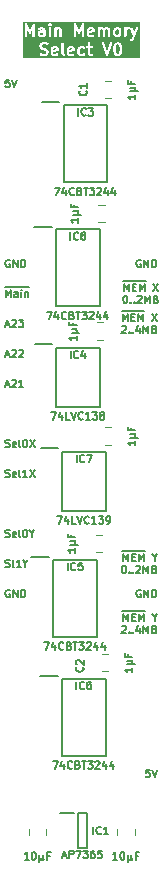
<source format=gto>
%TF.GenerationSoftware,KiCad,Pcbnew,9.0.4*%
%TF.CreationDate,2025-09-20T20:47:32+02:00*%
%TF.ProjectId,Main Memory Select,4d61696e-204d-4656-9d6f-72792053656c,V0*%
%TF.SameCoordinates,Original*%
%TF.FileFunction,Legend,Top*%
%TF.FilePolarity,Positive*%
%FSLAX46Y46*%
G04 Gerber Fmt 4.6, Leading zero omitted, Abs format (unit mm)*
G04 Created by KiCad (PCBNEW 9.0.4) date 2025-09-20 20:47:32*
%MOMM*%
%LPD*%
G01*
G04 APERTURE LIST*
%ADD10C,0.150000*%
%ADD11C,0.200000*%
%ADD12C,0.120000*%
G04 APERTURE END LIST*
D10*
X1598493Y-20001201D02*
X1538017Y-19970963D01*
X1538017Y-19970963D02*
X1447303Y-19970963D01*
X1447303Y-19970963D02*
X1356588Y-20001201D01*
X1356588Y-20001201D02*
X1296112Y-20061677D01*
X1296112Y-20061677D02*
X1265874Y-20122153D01*
X1265874Y-20122153D02*
X1235636Y-20243105D01*
X1235636Y-20243105D02*
X1235636Y-20333820D01*
X1235636Y-20333820D02*
X1265874Y-20454772D01*
X1265874Y-20454772D02*
X1296112Y-20515248D01*
X1296112Y-20515248D02*
X1356588Y-20575725D01*
X1356588Y-20575725D02*
X1447303Y-20605963D01*
X1447303Y-20605963D02*
X1507779Y-20605963D01*
X1507779Y-20605963D02*
X1598493Y-20575725D01*
X1598493Y-20575725D02*
X1628731Y-20545486D01*
X1628731Y-20545486D02*
X1628731Y-20333820D01*
X1628731Y-20333820D02*
X1507779Y-20333820D01*
X1900874Y-20605963D02*
X1900874Y-19970963D01*
X1900874Y-19970963D02*
X2263731Y-20605963D01*
X2263731Y-20605963D02*
X2263731Y-19970963D01*
X2566112Y-20605963D02*
X2566112Y-19970963D01*
X2566112Y-19970963D02*
X2717302Y-19970963D01*
X2717302Y-19970963D02*
X2808017Y-20001201D01*
X2808017Y-20001201D02*
X2868493Y-20061677D01*
X2868493Y-20061677D02*
X2898731Y-20122153D01*
X2898731Y-20122153D02*
X2928969Y-20243105D01*
X2928969Y-20243105D02*
X2928969Y-20333820D01*
X2928969Y-20333820D02*
X2898731Y-20454772D01*
X2898731Y-20454772D02*
X2868493Y-20515248D01*
X2868493Y-20515248D02*
X2808017Y-20575725D01*
X2808017Y-20575725D02*
X2717302Y-20605963D01*
X2717302Y-20605963D02*
X2566112Y-20605963D01*
X1568255Y-4730963D02*
X1265874Y-4730963D01*
X1265874Y-4730963D02*
X1235636Y-5033344D01*
X1235636Y-5033344D02*
X1265874Y-5003105D01*
X1265874Y-5003105D02*
X1326350Y-4972867D01*
X1326350Y-4972867D02*
X1477541Y-4972867D01*
X1477541Y-4972867D02*
X1538017Y-5003105D01*
X1538017Y-5003105D02*
X1568255Y-5033344D01*
X1568255Y-5033344D02*
X1598493Y-5093820D01*
X1598493Y-5093820D02*
X1598493Y-5245010D01*
X1598493Y-5245010D02*
X1568255Y-5305486D01*
X1568255Y-5305486D02*
X1538017Y-5335725D01*
X1538017Y-5335725D02*
X1477541Y-5365963D01*
X1477541Y-5365963D02*
X1326350Y-5365963D01*
X1326350Y-5365963D02*
X1265874Y-5335725D01*
X1265874Y-5335725D02*
X1235636Y-5305486D01*
X1779922Y-4730963D02*
X1991588Y-5365963D01*
X1991588Y-5365963D02*
X2203255Y-4730963D01*
X12673887Y-47941201D02*
X12613411Y-47910963D01*
X12613411Y-47910963D02*
X12522697Y-47910963D01*
X12522697Y-47910963D02*
X12431982Y-47941201D01*
X12431982Y-47941201D02*
X12371506Y-48001677D01*
X12371506Y-48001677D02*
X12341268Y-48062153D01*
X12341268Y-48062153D02*
X12311030Y-48183105D01*
X12311030Y-48183105D02*
X12311030Y-48273820D01*
X12311030Y-48273820D02*
X12341268Y-48394772D01*
X12341268Y-48394772D02*
X12371506Y-48455248D01*
X12371506Y-48455248D02*
X12431982Y-48515725D01*
X12431982Y-48515725D02*
X12522697Y-48545963D01*
X12522697Y-48545963D02*
X12583173Y-48545963D01*
X12583173Y-48545963D02*
X12673887Y-48515725D01*
X12673887Y-48515725D02*
X12704125Y-48485486D01*
X12704125Y-48485486D02*
X12704125Y-48273820D01*
X12704125Y-48273820D02*
X12583173Y-48273820D01*
X12976268Y-48545963D02*
X12976268Y-47910963D01*
X12976268Y-47910963D02*
X13339125Y-48545963D01*
X13339125Y-48545963D02*
X13339125Y-47910963D01*
X13641506Y-48545963D02*
X13641506Y-47910963D01*
X13641506Y-47910963D02*
X13792696Y-47910963D01*
X13792696Y-47910963D02*
X13883411Y-47941201D01*
X13883411Y-47941201D02*
X13943887Y-48001677D01*
X13943887Y-48001677D02*
X13974125Y-48062153D01*
X13974125Y-48062153D02*
X14004363Y-48183105D01*
X14004363Y-48183105D02*
X14004363Y-48273820D01*
X14004363Y-48273820D02*
X13974125Y-48394772D01*
X13974125Y-48394772D02*
X13943887Y-48455248D01*
X13943887Y-48455248D02*
X13883411Y-48515725D01*
X13883411Y-48515725D02*
X13792696Y-48545963D01*
X13792696Y-48545963D02*
X13641506Y-48545963D01*
X1265874Y-23145963D02*
X1265874Y-22510963D01*
X1265874Y-22510963D02*
X1477541Y-22964534D01*
X1477541Y-22964534D02*
X1689207Y-22510963D01*
X1689207Y-22510963D02*
X1689207Y-23145963D01*
X2263731Y-23145963D02*
X2263731Y-22813344D01*
X2263731Y-22813344D02*
X2233493Y-22752867D01*
X2233493Y-22752867D02*
X2173017Y-22722629D01*
X2173017Y-22722629D02*
X2052064Y-22722629D01*
X2052064Y-22722629D02*
X1991588Y-22752867D01*
X2263731Y-23115725D02*
X2203255Y-23145963D01*
X2203255Y-23145963D02*
X2052064Y-23145963D01*
X2052064Y-23145963D02*
X1991588Y-23115725D01*
X1991588Y-23115725D02*
X1961350Y-23055248D01*
X1961350Y-23055248D02*
X1961350Y-22994772D01*
X1961350Y-22994772D02*
X1991588Y-22934296D01*
X1991588Y-22934296D02*
X2052064Y-22904058D01*
X2052064Y-22904058D02*
X2203255Y-22904058D01*
X2203255Y-22904058D02*
X2263731Y-22873820D01*
X2566112Y-23145963D02*
X2566112Y-22722629D01*
X2566112Y-22510963D02*
X2535874Y-22541201D01*
X2535874Y-22541201D02*
X2566112Y-22571439D01*
X2566112Y-22571439D02*
X2596350Y-22541201D01*
X2596350Y-22541201D02*
X2566112Y-22510963D01*
X2566112Y-22510963D02*
X2566112Y-22571439D01*
X2868493Y-22722629D02*
X2868493Y-23145963D01*
X2868493Y-22783105D02*
X2898731Y-22752867D01*
X2898731Y-22752867D02*
X2959207Y-22722629D01*
X2959207Y-22722629D02*
X3049922Y-22722629D01*
X3049922Y-22722629D02*
X3110398Y-22752867D01*
X3110398Y-22752867D02*
X3140636Y-22813344D01*
X3140636Y-22813344D02*
X3140636Y-23145963D01*
X1178184Y-22334675D02*
X3228327Y-22334675D01*
X1235636Y-43435725D02*
X1326350Y-43465963D01*
X1326350Y-43465963D02*
X1477541Y-43465963D01*
X1477541Y-43465963D02*
X1538017Y-43435725D01*
X1538017Y-43435725D02*
X1568255Y-43405486D01*
X1568255Y-43405486D02*
X1598493Y-43345010D01*
X1598493Y-43345010D02*
X1598493Y-43284534D01*
X1598493Y-43284534D02*
X1568255Y-43224058D01*
X1568255Y-43224058D02*
X1538017Y-43193820D01*
X1538017Y-43193820D02*
X1477541Y-43163582D01*
X1477541Y-43163582D02*
X1356588Y-43133344D01*
X1356588Y-43133344D02*
X1296112Y-43103105D01*
X1296112Y-43103105D02*
X1265874Y-43072867D01*
X1265874Y-43072867D02*
X1235636Y-43012391D01*
X1235636Y-43012391D02*
X1235636Y-42951915D01*
X1235636Y-42951915D02*
X1265874Y-42891439D01*
X1265874Y-42891439D02*
X1296112Y-42861201D01*
X1296112Y-42861201D02*
X1356588Y-42830963D01*
X1356588Y-42830963D02*
X1507779Y-42830963D01*
X1507779Y-42830963D02*
X1598493Y-42861201D01*
X2112541Y-43435725D02*
X2052065Y-43465963D01*
X2052065Y-43465963D02*
X1931112Y-43465963D01*
X1931112Y-43465963D02*
X1870636Y-43435725D01*
X1870636Y-43435725D02*
X1840398Y-43375248D01*
X1840398Y-43375248D02*
X1840398Y-43133344D01*
X1840398Y-43133344D02*
X1870636Y-43072867D01*
X1870636Y-43072867D02*
X1931112Y-43042629D01*
X1931112Y-43042629D02*
X2052065Y-43042629D01*
X2052065Y-43042629D02*
X2112541Y-43072867D01*
X2112541Y-43072867D02*
X2142779Y-43133344D01*
X2142779Y-43133344D02*
X2142779Y-43193820D01*
X2142779Y-43193820D02*
X1840398Y-43254296D01*
X2505636Y-43465963D02*
X2445160Y-43435725D01*
X2445160Y-43435725D02*
X2414922Y-43375248D01*
X2414922Y-43375248D02*
X2414922Y-42830963D01*
X2868493Y-42830963D02*
X2928970Y-42830963D01*
X2928970Y-42830963D02*
X2989446Y-42861201D01*
X2989446Y-42861201D02*
X3019684Y-42891439D01*
X3019684Y-42891439D02*
X3049922Y-42951915D01*
X3049922Y-42951915D02*
X3080160Y-43072867D01*
X3080160Y-43072867D02*
X3080160Y-43224058D01*
X3080160Y-43224058D02*
X3049922Y-43345010D01*
X3049922Y-43345010D02*
X3019684Y-43405486D01*
X3019684Y-43405486D02*
X2989446Y-43435725D01*
X2989446Y-43435725D02*
X2928970Y-43465963D01*
X2928970Y-43465963D02*
X2868493Y-43465963D01*
X2868493Y-43465963D02*
X2808017Y-43435725D01*
X2808017Y-43435725D02*
X2777779Y-43405486D01*
X2777779Y-43405486D02*
X2747541Y-43345010D01*
X2747541Y-43345010D02*
X2717303Y-43224058D01*
X2717303Y-43224058D02*
X2717303Y-43072867D01*
X2717303Y-43072867D02*
X2747541Y-42951915D01*
X2747541Y-42951915D02*
X2777779Y-42891439D01*
X2777779Y-42891439D02*
X2808017Y-42861201D01*
X2808017Y-42861201D02*
X2868493Y-42830963D01*
X3473255Y-43163582D02*
X3473255Y-43465963D01*
X3261589Y-42830963D02*
X3473255Y-43163582D01*
X3473255Y-43163582D02*
X3684922Y-42830963D01*
D11*
G36*
X5521653Y-2109679D02*
G01*
X5539103Y-2144579D01*
X5267618Y-2198876D01*
X5267618Y-2153988D01*
X5289773Y-2109678D01*
X5334082Y-2087524D01*
X5477344Y-2087524D01*
X5521653Y-2109679D01*
G37*
G36*
X6902606Y-2109679D02*
G01*
X6920056Y-2144579D01*
X6648571Y-2198876D01*
X6648571Y-2153988D01*
X6670726Y-2109678D01*
X6715035Y-2087524D01*
X6858297Y-2087524D01*
X6902606Y-2109679D01*
G37*
G36*
X10822669Y-1783996D02*
G01*
X10847338Y-1808664D01*
X10882791Y-1879571D01*
X10924762Y-2047452D01*
X10924762Y-2260928D01*
X10882791Y-2428809D01*
X10847338Y-2499715D01*
X10822669Y-2524385D01*
X10763060Y-2554191D01*
X10715036Y-2554191D01*
X10655426Y-2524386D01*
X10630759Y-2499718D01*
X10595304Y-2428809D01*
X10553334Y-2260928D01*
X10553334Y-2047453D01*
X10595304Y-1879571D01*
X10630758Y-1808664D01*
X10655426Y-1783995D01*
X10715036Y-1754191D01*
X10763060Y-1754191D01*
X10822669Y-1783996D01*
G37*
G36*
X4424761Y-934824D02*
G01*
X4405916Y-944247D01*
X4215035Y-944247D01*
X4170725Y-922092D01*
X4148571Y-877782D01*
X4148571Y-829758D01*
X4170726Y-785448D01*
X4215035Y-763294D01*
X4424761Y-763294D01*
X4424761Y-934824D01*
G37*
G36*
X8593082Y-499735D02*
G01*
X8610532Y-534635D01*
X8339047Y-588932D01*
X8339047Y-544044D01*
X8361202Y-499734D01*
X8405511Y-477580D01*
X8548773Y-477580D01*
X8593082Y-499735D01*
G37*
G36*
X10798858Y-507385D02*
G01*
X10823527Y-532053D01*
X10853332Y-591663D01*
X10853332Y-830163D01*
X10823527Y-889771D01*
X10798858Y-914441D01*
X10739249Y-944247D01*
X10643606Y-944247D01*
X10583996Y-914442D01*
X10559329Y-889774D01*
X10529523Y-830162D01*
X10529523Y-591663D01*
X10559328Y-532053D01*
X10583996Y-507384D01*
X10643606Y-477580D01*
X10739249Y-477580D01*
X10798858Y-507385D01*
G37*
G36*
X12591942Y-2865302D02*
G01*
X2742222Y-2865302D01*
X2742222Y-1844667D01*
X4115237Y-1844667D01*
X4115237Y-1939905D01*
X4117158Y-1959414D01*
X4118533Y-1962734D01*
X4118788Y-1966318D01*
X4125794Y-1984626D01*
X4173413Y-2079864D01*
X4178698Y-2088260D01*
X4179709Y-2090700D01*
X4181962Y-2093446D01*
X4183856Y-2096454D01*
X4185850Y-2098183D01*
X4192145Y-2105854D01*
X4239764Y-2153472D01*
X4247430Y-2159764D01*
X4249163Y-2161762D01*
X4252171Y-2163655D01*
X4254917Y-2165909D01*
X4257357Y-2166919D01*
X4265754Y-2172205D01*
X4360991Y-2219824D01*
X4362419Y-2220370D01*
X4362999Y-2220800D01*
X4371175Y-2223721D01*
X4379300Y-2226830D01*
X4380020Y-2226881D01*
X4381459Y-2227395D01*
X4561284Y-2272351D01*
X4632191Y-2307805D01*
X4656860Y-2332473D01*
X4686665Y-2392083D01*
X4686665Y-2440107D01*
X4656860Y-2499715D01*
X4632191Y-2524385D01*
X4572582Y-2554191D01*
X4374320Y-2554191D01*
X4246860Y-2511704D01*
X4227744Y-2507357D01*
X4188824Y-2510123D01*
X4153925Y-2527573D01*
X4128360Y-2557049D01*
X4116022Y-2594065D01*
X4118788Y-2632985D01*
X4136238Y-2667884D01*
X4165714Y-2693449D01*
X4183614Y-2701440D01*
X4326471Y-2749059D01*
X4336143Y-2751258D01*
X4338585Y-2752270D01*
X4342122Y-2752618D01*
X4345586Y-2753406D01*
X4348220Y-2753218D01*
X4358094Y-2754191D01*
X4596189Y-2754191D01*
X4615698Y-2752270D01*
X4619018Y-2750894D01*
X4622602Y-2750640D01*
X4640910Y-2743634D01*
X4736148Y-2696015D01*
X4744543Y-2690730D01*
X4746985Y-2689719D01*
X4749732Y-2687463D01*
X4752738Y-2685572D01*
X4754468Y-2683577D01*
X4762138Y-2677282D01*
X4809757Y-2629662D01*
X4816049Y-2621995D01*
X4818046Y-2620264D01*
X4819939Y-2617256D01*
X4822194Y-2614509D01*
X4823205Y-2612067D01*
X4828489Y-2603673D01*
X4876108Y-2508436D01*
X4883114Y-2490127D01*
X4883368Y-2486543D01*
X4884744Y-2483223D01*
X4886665Y-2463714D01*
X4886665Y-2368476D01*
X4884744Y-2348967D01*
X4883368Y-2345646D01*
X4883114Y-2342063D01*
X4876108Y-2323754D01*
X4828489Y-2228517D01*
X4823203Y-2220120D01*
X4822193Y-2217680D01*
X4819939Y-2214934D01*
X4818046Y-2211926D01*
X4816048Y-2210193D01*
X4809756Y-2202527D01*
X4762138Y-2154908D01*
X4754467Y-2148613D01*
X4752738Y-2146619D01*
X4749730Y-2144725D01*
X4746984Y-2142472D01*
X4744544Y-2141461D01*
X4736148Y-2136176D01*
X4724558Y-2130381D01*
X5067618Y-2130381D01*
X5067618Y-2511333D01*
X5069539Y-2530842D01*
X5070914Y-2534162D01*
X5071169Y-2537745D01*
X5078175Y-2556054D01*
X5125794Y-2651293D01*
X5127847Y-2654556D01*
X5128361Y-2656095D01*
X5130023Y-2658011D01*
X5136237Y-2667883D01*
X5145708Y-2676097D01*
X5153925Y-2685572D01*
X5163795Y-2691784D01*
X5165713Y-2693448D01*
X5167253Y-2693961D01*
X5170516Y-2696015D01*
X5265753Y-2743634D01*
X5284062Y-2750640D01*
X5287645Y-2750894D01*
X5290966Y-2752270D01*
X5310475Y-2754191D01*
X5500951Y-2754191D01*
X5520460Y-2752270D01*
X5523780Y-2750894D01*
X5527364Y-2750640D01*
X5545672Y-2743634D01*
X5640910Y-2696015D01*
X5657500Y-2685572D01*
X5683065Y-2656095D01*
X5695403Y-2619079D01*
X5692638Y-2580159D01*
X5675189Y-2545261D01*
X5645712Y-2519696D01*
X5608696Y-2507357D01*
X5569776Y-2510123D01*
X5551467Y-2517129D01*
X5477344Y-2554191D01*
X5334082Y-2554191D01*
X5289772Y-2532036D01*
X5267618Y-2487726D01*
X5267618Y-2402837D01*
X5663314Y-2323698D01*
X5663317Y-2323698D01*
X5663319Y-2323696D01*
X5663419Y-2323677D01*
X5682173Y-2317967D01*
X5690313Y-2312515D01*
X5699365Y-2308766D01*
X5706366Y-2301764D01*
X5714592Y-2296256D01*
X5720026Y-2288104D01*
X5726955Y-2281176D01*
X5730744Y-2272028D01*
X5736236Y-2263791D01*
X5738137Y-2254180D01*
X5741887Y-2245128D01*
X5743808Y-2225619D01*
X5743808Y-2130381D01*
X5741887Y-2110872D01*
X5740511Y-2107551D01*
X5740257Y-2103968D01*
X5733251Y-2085659D01*
X5685632Y-1990422D01*
X5683577Y-1987158D01*
X5683065Y-1985620D01*
X5681403Y-1983704D01*
X5675189Y-1973831D01*
X5665713Y-1965613D01*
X5657500Y-1956143D01*
X5647628Y-1949929D01*
X5645712Y-1948267D01*
X5644173Y-1947753D01*
X5640910Y-1945700D01*
X5545672Y-1898081D01*
X5527364Y-1891075D01*
X5523780Y-1890820D01*
X5520460Y-1889445D01*
X5500951Y-1887524D01*
X5310475Y-1887524D01*
X5290966Y-1889445D01*
X5287645Y-1890820D01*
X5284062Y-1891075D01*
X5265753Y-1898081D01*
X5170516Y-1945700D01*
X5167252Y-1947754D01*
X5165714Y-1948267D01*
X5163798Y-1949928D01*
X5153925Y-1956143D01*
X5145707Y-1965618D01*
X5136237Y-1973832D01*
X5130023Y-1983703D01*
X5128361Y-1985620D01*
X5127847Y-1987158D01*
X5125794Y-1990422D01*
X5078175Y-2085660D01*
X5071169Y-2103968D01*
X5070914Y-2107551D01*
X5069539Y-2110872D01*
X5067618Y-2130381D01*
X4724558Y-2130381D01*
X4640910Y-2088557D01*
X4639483Y-2088011D01*
X4638903Y-2087581D01*
X4630726Y-2084659D01*
X4622602Y-2081551D01*
X4621879Y-2081499D01*
X4620442Y-2080986D01*
X4440617Y-2036029D01*
X4369710Y-2000576D01*
X4345042Y-1975907D01*
X4315237Y-1916297D01*
X4315237Y-1868274D01*
X4345042Y-1808664D01*
X4369710Y-1783995D01*
X4429320Y-1754191D01*
X4627581Y-1754191D01*
X4755042Y-1796678D01*
X4774157Y-1801025D01*
X4813077Y-1798259D01*
X4847976Y-1780809D01*
X4873541Y-1751333D01*
X4885880Y-1714317D01*
X4883113Y-1675397D01*
X4872510Y-1654191D01*
X5972380Y-1654191D01*
X5972380Y-2511333D01*
X5974301Y-2530842D01*
X5975676Y-2534162D01*
X5975931Y-2537745D01*
X5982937Y-2556054D01*
X6030556Y-2651293D01*
X6032609Y-2654556D01*
X6033123Y-2656095D01*
X6034785Y-2658011D01*
X6040999Y-2667883D01*
X6050470Y-2676097D01*
X6058687Y-2685572D01*
X6068557Y-2691784D01*
X6070475Y-2693448D01*
X6072015Y-2693961D01*
X6075278Y-2696015D01*
X6170515Y-2743634D01*
X6188824Y-2750640D01*
X6227744Y-2753406D01*
X6264760Y-2741067D01*
X6294237Y-2715502D01*
X6311686Y-2680604D01*
X6314451Y-2641684D01*
X6302113Y-2604668D01*
X6276548Y-2575191D01*
X6259958Y-2564748D01*
X6194534Y-2532036D01*
X6172380Y-2487726D01*
X6172380Y-2130381D01*
X6448571Y-2130381D01*
X6448571Y-2511333D01*
X6450492Y-2530842D01*
X6451867Y-2534162D01*
X6452122Y-2537745D01*
X6459128Y-2556054D01*
X6506747Y-2651293D01*
X6508800Y-2654556D01*
X6509314Y-2656095D01*
X6510976Y-2658011D01*
X6517190Y-2667883D01*
X6526661Y-2676097D01*
X6534878Y-2685572D01*
X6544748Y-2691784D01*
X6546666Y-2693448D01*
X6548206Y-2693961D01*
X6551469Y-2696015D01*
X6646706Y-2743634D01*
X6665015Y-2750640D01*
X6668598Y-2750894D01*
X6671919Y-2752270D01*
X6691428Y-2754191D01*
X6881904Y-2754191D01*
X6901413Y-2752270D01*
X6904733Y-2750894D01*
X6908317Y-2750640D01*
X6926625Y-2743634D01*
X7021863Y-2696015D01*
X7038453Y-2685572D01*
X7064018Y-2656095D01*
X7076356Y-2619079D01*
X7073591Y-2580159D01*
X7056142Y-2545261D01*
X7026665Y-2519696D01*
X6989649Y-2507357D01*
X6950729Y-2510123D01*
X6932420Y-2517129D01*
X6858297Y-2554191D01*
X6715035Y-2554191D01*
X6670725Y-2532036D01*
X6648571Y-2487726D01*
X6648571Y-2402837D01*
X7044267Y-2323698D01*
X7044270Y-2323698D01*
X7044272Y-2323696D01*
X7044372Y-2323677D01*
X7063126Y-2317967D01*
X7071266Y-2312515D01*
X7080318Y-2308766D01*
X7087319Y-2301764D01*
X7095545Y-2296256D01*
X7100979Y-2288104D01*
X7107908Y-2281176D01*
X7111697Y-2272028D01*
X7117189Y-2263791D01*
X7119090Y-2254180D01*
X7122840Y-2245128D01*
X7124761Y-2225619D01*
X7124761Y-2178000D01*
X7305714Y-2178000D01*
X7305714Y-2463714D01*
X7307635Y-2483223D01*
X7309010Y-2486543D01*
X7309265Y-2490127D01*
X7316271Y-2508435D01*
X7363890Y-2603673D01*
X7369173Y-2612065D01*
X7370185Y-2614509D01*
X7372441Y-2617258D01*
X7374333Y-2620263D01*
X7376327Y-2621992D01*
X7382622Y-2629662D01*
X7430240Y-2677282D01*
X7437908Y-2683575D01*
X7439640Y-2685572D01*
X7442648Y-2687465D01*
X7445394Y-2689719D01*
X7447834Y-2690729D01*
X7456231Y-2696015D01*
X7551468Y-2743634D01*
X7569777Y-2750640D01*
X7573360Y-2750894D01*
X7576681Y-2752270D01*
X7596190Y-2754191D01*
X7786666Y-2754191D01*
X7806175Y-2752270D01*
X7809495Y-2750894D01*
X7813079Y-2750640D01*
X7831387Y-2743634D01*
X7926625Y-2696015D01*
X7943215Y-2685572D01*
X7968780Y-2656095D01*
X7981118Y-2619079D01*
X7978353Y-2580159D01*
X7960904Y-2545261D01*
X7931427Y-2519696D01*
X7894411Y-2507357D01*
X7855491Y-2510123D01*
X7837182Y-2517129D01*
X7763059Y-2554191D01*
X7619797Y-2554191D01*
X7560187Y-2524386D01*
X7535520Y-2499718D01*
X7505714Y-2440106D01*
X7505714Y-2201607D01*
X7535519Y-2141997D01*
X7560187Y-2117328D01*
X7619797Y-2087524D01*
X7763059Y-2087524D01*
X7837182Y-2124586D01*
X7855491Y-2131592D01*
X7894411Y-2134358D01*
X7931427Y-2122019D01*
X7960904Y-2096454D01*
X7978353Y-2061556D01*
X7981118Y-2022636D01*
X7968780Y-1985620D01*
X7953511Y-1968015D01*
X8069540Y-1968015D01*
X8069540Y-2007033D01*
X8084472Y-2043081D01*
X8112062Y-2070671D01*
X8148110Y-2085603D01*
X8167619Y-2087524D01*
X8210476Y-2087524D01*
X8210476Y-2511333D01*
X8212397Y-2530842D01*
X8213772Y-2534162D01*
X8214027Y-2537745D01*
X8221033Y-2556054D01*
X8268652Y-2651293D01*
X8270705Y-2654556D01*
X8271219Y-2656095D01*
X8272881Y-2658011D01*
X8279095Y-2667883D01*
X8288566Y-2676097D01*
X8296783Y-2685572D01*
X8306653Y-2691784D01*
X8308571Y-2693448D01*
X8310111Y-2693961D01*
X8313374Y-2696015D01*
X8408611Y-2743634D01*
X8426920Y-2750640D01*
X8430503Y-2750894D01*
X8433824Y-2752270D01*
X8453333Y-2754191D01*
X8548571Y-2754191D01*
X8568080Y-2752270D01*
X8604128Y-2737338D01*
X8631718Y-2709748D01*
X8646650Y-2673700D01*
X8646650Y-2634682D01*
X8631718Y-2598634D01*
X8604128Y-2571044D01*
X8568080Y-2556112D01*
X8548571Y-2554191D01*
X8476940Y-2554191D01*
X8432630Y-2532036D01*
X8410476Y-2487726D01*
X8410476Y-2087524D01*
X8548571Y-2087524D01*
X8568080Y-2085603D01*
X8604128Y-2070671D01*
X8631718Y-2043081D01*
X8646650Y-2007033D01*
X8646650Y-1968015D01*
X8631718Y-1931967D01*
X8604128Y-1904377D01*
X8568080Y-1889445D01*
X8548571Y-1887524D01*
X8410476Y-1887524D01*
X8410476Y-1666698D01*
X9401738Y-1666698D01*
X9406085Y-1685814D01*
X9739418Y-2685813D01*
X9747409Y-2703714D01*
X9752092Y-2709113D01*
X9755287Y-2715503D01*
X9764758Y-2723718D01*
X9772974Y-2733190D01*
X9779362Y-2736384D01*
X9784763Y-2741068D01*
X9796664Y-2745035D01*
X9807873Y-2750639D01*
X9814997Y-2751145D01*
X9821779Y-2753406D01*
X9834288Y-2752516D01*
X9846793Y-2753406D01*
X9853571Y-2751146D01*
X9860699Y-2750640D01*
X9871915Y-2745031D01*
X9883809Y-2741067D01*
X9889206Y-2736386D01*
X9895598Y-2733190D01*
X9903816Y-2723714D01*
X9913285Y-2715502D01*
X9916478Y-2709115D01*
X9921163Y-2703714D01*
X9929154Y-2685814D01*
X10146044Y-2035143D01*
X10353334Y-2035143D01*
X10353334Y-2273238D01*
X10353669Y-2276640D01*
X10353452Y-2278099D01*
X10354531Y-2285396D01*
X10355255Y-2292747D01*
X10355819Y-2294110D01*
X10356320Y-2297492D01*
X10403939Y-2487967D01*
X10404452Y-2489404D01*
X10404504Y-2490127D01*
X10407612Y-2498251D01*
X10410534Y-2506428D01*
X10410964Y-2507008D01*
X10411510Y-2508435D01*
X10459129Y-2603673D01*
X10464412Y-2612065D01*
X10465424Y-2614509D01*
X10467680Y-2617258D01*
X10469572Y-2620263D01*
X10471566Y-2621992D01*
X10477861Y-2629662D01*
X10525479Y-2677282D01*
X10533147Y-2683575D01*
X10534879Y-2685572D01*
X10537887Y-2687465D01*
X10540633Y-2689719D01*
X10543073Y-2690729D01*
X10551470Y-2696015D01*
X10646707Y-2743634D01*
X10665016Y-2750640D01*
X10668599Y-2750894D01*
X10671920Y-2752270D01*
X10691429Y-2754191D01*
X10786667Y-2754191D01*
X10806176Y-2752270D01*
X10809496Y-2750894D01*
X10813080Y-2750640D01*
X10831388Y-2743634D01*
X10926626Y-2696015D01*
X10935021Y-2690730D01*
X10937463Y-2689719D01*
X10940210Y-2687463D01*
X10943216Y-2685572D01*
X10944946Y-2683577D01*
X10952616Y-2677282D01*
X11000235Y-2629662D01*
X11006527Y-2621995D01*
X11008524Y-2620264D01*
X11010417Y-2617256D01*
X11012672Y-2614509D01*
X11013683Y-2612067D01*
X11018967Y-2603673D01*
X11066586Y-2508436D01*
X11067132Y-2507007D01*
X11067562Y-2506428D01*
X11070483Y-2498251D01*
X11073592Y-2490127D01*
X11073643Y-2489406D01*
X11074157Y-2487968D01*
X11121776Y-2297492D01*
X11122276Y-2294110D01*
X11122841Y-2292747D01*
X11123564Y-2285396D01*
X11124644Y-2278099D01*
X11124426Y-2276640D01*
X11124762Y-2273238D01*
X11124762Y-2035143D01*
X11124426Y-2031740D01*
X11124644Y-2030282D01*
X11123564Y-2022984D01*
X11122841Y-2015634D01*
X11122276Y-2014270D01*
X11121776Y-2010889D01*
X11074157Y-1820413D01*
X11073643Y-1818974D01*
X11073592Y-1818254D01*
X11070483Y-1810129D01*
X11067562Y-1801953D01*
X11067132Y-1801373D01*
X11066586Y-1799945D01*
X11018967Y-1704708D01*
X11013681Y-1696311D01*
X11012671Y-1693871D01*
X11010417Y-1691125D01*
X11008524Y-1688117D01*
X11006526Y-1686384D01*
X11000234Y-1678718D01*
X10952616Y-1631099D01*
X10944945Y-1624804D01*
X10943216Y-1622810D01*
X10940208Y-1620916D01*
X10937462Y-1618663D01*
X10935022Y-1617652D01*
X10926626Y-1612367D01*
X10831388Y-1564748D01*
X10813080Y-1557742D01*
X10809496Y-1557487D01*
X10806176Y-1556112D01*
X10786667Y-1554191D01*
X10691429Y-1554191D01*
X10671920Y-1556112D01*
X10668599Y-1557487D01*
X10665016Y-1557742D01*
X10646707Y-1564748D01*
X10551470Y-1612367D01*
X10543073Y-1617652D01*
X10540633Y-1618663D01*
X10537887Y-1620916D01*
X10534879Y-1622810D01*
X10533146Y-1624807D01*
X10525480Y-1631100D01*
X10477861Y-1678718D01*
X10471566Y-1686388D01*
X10469572Y-1688118D01*
X10467678Y-1691125D01*
X10465425Y-1693872D01*
X10464414Y-1696311D01*
X10459129Y-1704708D01*
X10411510Y-1799946D01*
X10410964Y-1801372D01*
X10410534Y-1801953D01*
X10407612Y-1810129D01*
X10404504Y-1818254D01*
X10404452Y-1818976D01*
X10403939Y-1820414D01*
X10356320Y-2010889D01*
X10355819Y-2014270D01*
X10355255Y-2015634D01*
X10354531Y-2022984D01*
X10353452Y-2030282D01*
X10353669Y-2031740D01*
X10353334Y-2035143D01*
X10146044Y-2035143D01*
X10262487Y-1685814D01*
X10266834Y-1666699D01*
X10264068Y-1627779D01*
X10246618Y-1592880D01*
X10217142Y-1567315D01*
X10180126Y-1554976D01*
X10141206Y-1557743D01*
X10106307Y-1575192D01*
X10080742Y-1604668D01*
X10072751Y-1622569D01*
X9834286Y-2337963D01*
X9595821Y-1622568D01*
X9587830Y-1604668D01*
X9562265Y-1575192D01*
X9527366Y-1557742D01*
X9488446Y-1554976D01*
X9451430Y-1567314D01*
X9421954Y-1592879D01*
X9404504Y-1627778D01*
X9401738Y-1666698D01*
X8410476Y-1666698D01*
X8410476Y-1654191D01*
X8408555Y-1634682D01*
X8393623Y-1598634D01*
X8366033Y-1571044D01*
X8329985Y-1556112D01*
X8290967Y-1556112D01*
X8254919Y-1571044D01*
X8227329Y-1598634D01*
X8212397Y-1634682D01*
X8210476Y-1654191D01*
X8210476Y-1887524D01*
X8167619Y-1887524D01*
X8148110Y-1889445D01*
X8112062Y-1904377D01*
X8084472Y-1931967D01*
X8069540Y-1968015D01*
X7953511Y-1968015D01*
X7943215Y-1956143D01*
X7926625Y-1945700D01*
X7831387Y-1898081D01*
X7813079Y-1891075D01*
X7809495Y-1890820D01*
X7806175Y-1889445D01*
X7786666Y-1887524D01*
X7596190Y-1887524D01*
X7576681Y-1889445D01*
X7573360Y-1890820D01*
X7569777Y-1891075D01*
X7551468Y-1898081D01*
X7456231Y-1945700D01*
X7447834Y-1950985D01*
X7445394Y-1951996D01*
X7442648Y-1954249D01*
X7439640Y-1956143D01*
X7437907Y-1958140D01*
X7430241Y-1964433D01*
X7382622Y-2012051D01*
X7376327Y-2019721D01*
X7374333Y-2021451D01*
X7372439Y-2024458D01*
X7370186Y-2027205D01*
X7369175Y-2029644D01*
X7363890Y-2038041D01*
X7316271Y-2133279D01*
X7309265Y-2151587D01*
X7309010Y-2155170D01*
X7307635Y-2158491D01*
X7305714Y-2178000D01*
X7124761Y-2178000D01*
X7124761Y-2130381D01*
X7122840Y-2110872D01*
X7121464Y-2107551D01*
X7121210Y-2103968D01*
X7114204Y-2085659D01*
X7066585Y-1990422D01*
X7064530Y-1987158D01*
X7064018Y-1985620D01*
X7062356Y-1983704D01*
X7056142Y-1973831D01*
X7046666Y-1965613D01*
X7038453Y-1956143D01*
X7028581Y-1949929D01*
X7026665Y-1948267D01*
X7025126Y-1947753D01*
X7021863Y-1945700D01*
X6926625Y-1898081D01*
X6908317Y-1891075D01*
X6904733Y-1890820D01*
X6901413Y-1889445D01*
X6881904Y-1887524D01*
X6691428Y-1887524D01*
X6671919Y-1889445D01*
X6668598Y-1890820D01*
X6665015Y-1891075D01*
X6646706Y-1898081D01*
X6551469Y-1945700D01*
X6548205Y-1947754D01*
X6546667Y-1948267D01*
X6544751Y-1949928D01*
X6534878Y-1956143D01*
X6526660Y-1965618D01*
X6517190Y-1973832D01*
X6510976Y-1983703D01*
X6509314Y-1985620D01*
X6508800Y-1987158D01*
X6506747Y-1990422D01*
X6459128Y-2085660D01*
X6452122Y-2103968D01*
X6451867Y-2107551D01*
X6450492Y-2110872D01*
X6448571Y-2130381D01*
X6172380Y-2130381D01*
X6172380Y-1654191D01*
X6170459Y-1634682D01*
X6155527Y-1598634D01*
X6127937Y-1571044D01*
X6091889Y-1556112D01*
X6052871Y-1556112D01*
X6016823Y-1571044D01*
X5989233Y-1598634D01*
X5974301Y-1634682D01*
X5972380Y-1654191D01*
X4872510Y-1654191D01*
X4865664Y-1640498D01*
X4836188Y-1614933D01*
X4818287Y-1606942D01*
X4675431Y-1559323D01*
X4665759Y-1557123D01*
X4663317Y-1556112D01*
X4659778Y-1555763D01*
X4656315Y-1554976D01*
X4653681Y-1555163D01*
X4643808Y-1554191D01*
X4405713Y-1554191D01*
X4386204Y-1556112D01*
X4382883Y-1557487D01*
X4379300Y-1557742D01*
X4360991Y-1564748D01*
X4265754Y-1612367D01*
X4257357Y-1617652D01*
X4254917Y-1618663D01*
X4252171Y-1620916D01*
X4249163Y-1622810D01*
X4247430Y-1624807D01*
X4239764Y-1631100D01*
X4192145Y-1678718D01*
X4185850Y-1686388D01*
X4183856Y-1688118D01*
X4181962Y-1691125D01*
X4179709Y-1693872D01*
X4178698Y-1696311D01*
X4173413Y-1704708D01*
X4125794Y-1799946D01*
X4118788Y-1818254D01*
X4118533Y-1821837D01*
X4117158Y-1825158D01*
X4115237Y-1844667D01*
X2742222Y-1844667D01*
X2742222Y-1365073D01*
X11806499Y-1365073D01*
X11809265Y-1403993D01*
X11826714Y-1438892D01*
X11856191Y-1464456D01*
X11893207Y-1476795D01*
X11932127Y-1474029D01*
X11950435Y-1467023D01*
X12045673Y-1419404D01*
X12054069Y-1414118D01*
X12056509Y-1413108D01*
X12059255Y-1410854D01*
X12062263Y-1408961D01*
X12063992Y-1406966D01*
X12071663Y-1400672D01*
X12119281Y-1353053D01*
X12131718Y-1337900D01*
X12131955Y-1337325D01*
X12132390Y-1336881D01*
X12141419Y-1319481D01*
X12236657Y-1081386D01*
X12237181Y-1079579D01*
X12237983Y-1077881D01*
X12476078Y-411214D01*
X12480831Y-392195D01*
X12478893Y-353225D01*
X12462190Y-317963D01*
X12433264Y-291777D01*
X12396519Y-278654D01*
X12357549Y-280591D01*
X12322287Y-297295D01*
X12296100Y-326220D01*
X12287730Y-343947D01*
X12143809Y-746925D01*
X11999888Y-343946D01*
X11991518Y-326220D01*
X11965331Y-297294D01*
X11930069Y-280591D01*
X11891099Y-278653D01*
X11854354Y-291776D01*
X11825428Y-317963D01*
X11808725Y-353225D01*
X11806787Y-392195D01*
X11811540Y-411214D01*
X12036907Y-1042242D01*
X11963345Y-1226145D01*
X11941716Y-1247774D01*
X11860993Y-1288137D01*
X11844402Y-1298580D01*
X11818838Y-1328057D01*
X11806499Y-1365073D01*
X2742222Y-1365073D01*
X2742222Y-44247D01*
X2853333Y-44247D01*
X2853333Y-1044247D01*
X2855254Y-1063756D01*
X2870186Y-1099804D01*
X2897776Y-1127394D01*
X2933824Y-1142326D01*
X2972842Y-1142326D01*
X3008890Y-1127394D01*
X3036480Y-1099804D01*
X3051412Y-1063756D01*
X3053333Y-1044247D01*
X3053333Y-495003D01*
X3196048Y-800821D01*
X3200280Y-807966D01*
X3201160Y-810384D01*
X3202725Y-812093D01*
X3206039Y-817687D01*
X3217249Y-827953D01*
X3227511Y-839159D01*
X3231536Y-841037D01*
X3234814Y-844039D01*
X3249096Y-849232D01*
X3262869Y-855660D01*
X3267308Y-855855D01*
X3271483Y-857373D01*
X3286666Y-856705D01*
X3301849Y-857373D01*
X3306022Y-855855D01*
X3310464Y-855660D01*
X3324248Y-849227D01*
X3338518Y-844038D01*
X3341791Y-841040D01*
X3345821Y-839160D01*
X3356090Y-827945D01*
X3367293Y-817687D01*
X3370604Y-812096D01*
X3372173Y-810384D01*
X3373053Y-807962D01*
X3377284Y-800821D01*
X3519999Y-495002D01*
X3519999Y-1044247D01*
X3521920Y-1063756D01*
X3536852Y-1099804D01*
X3564442Y-1127394D01*
X3600490Y-1142326D01*
X3639508Y-1142326D01*
X3675556Y-1127394D01*
X3703146Y-1099804D01*
X3718078Y-1063756D01*
X3719999Y-1044247D01*
X3719999Y-806151D01*
X3948571Y-806151D01*
X3948571Y-901389D01*
X3950492Y-920898D01*
X3951867Y-924218D01*
X3952122Y-927801D01*
X3959128Y-946110D01*
X4006747Y-1041349D01*
X4008800Y-1044612D01*
X4009314Y-1046151D01*
X4010976Y-1048067D01*
X4017190Y-1057939D01*
X4026661Y-1066153D01*
X4034878Y-1075628D01*
X4044748Y-1081840D01*
X4046666Y-1083504D01*
X4048206Y-1084017D01*
X4051469Y-1086071D01*
X4146706Y-1133690D01*
X4165015Y-1140696D01*
X4168598Y-1140950D01*
X4171919Y-1142326D01*
X4191428Y-1144247D01*
X4429523Y-1144247D01*
X4449032Y-1142326D01*
X4452352Y-1140950D01*
X4455936Y-1140696D01*
X4474244Y-1133690D01*
X4478847Y-1131388D01*
X4505252Y-1142326D01*
X4544270Y-1142326D01*
X4580318Y-1127394D01*
X4607908Y-1099804D01*
X4622840Y-1063756D01*
X4624761Y-1044247D01*
X4624761Y-520437D01*
X4622840Y-500928D01*
X4621464Y-497607D01*
X4621210Y-494024D01*
X4614204Y-475715D01*
X4566585Y-380478D01*
X4564760Y-377580D01*
X4900952Y-377580D01*
X4900952Y-1044247D01*
X4902873Y-1063756D01*
X4917805Y-1099804D01*
X4945395Y-1127394D01*
X4981443Y-1142326D01*
X5020461Y-1142326D01*
X5056509Y-1127394D01*
X5084099Y-1099804D01*
X5099031Y-1063756D01*
X5100952Y-1044247D01*
X5100952Y-377580D01*
X5377142Y-377580D01*
X5377142Y-1044247D01*
X5379063Y-1063756D01*
X5393995Y-1099804D01*
X5421585Y-1127394D01*
X5457633Y-1142326D01*
X5496651Y-1142326D01*
X5532699Y-1127394D01*
X5560289Y-1099804D01*
X5575221Y-1063756D01*
X5577142Y-1044247D01*
X5577142Y-514239D01*
X5583996Y-507384D01*
X5643606Y-477580D01*
X5739249Y-477580D01*
X5783558Y-499735D01*
X5805713Y-544044D01*
X5805713Y-1044247D01*
X5807634Y-1063756D01*
X5822566Y-1099804D01*
X5850156Y-1127394D01*
X5886204Y-1142326D01*
X5925222Y-1142326D01*
X5961270Y-1127394D01*
X5988860Y-1099804D01*
X6003792Y-1063756D01*
X6005713Y-1044247D01*
X6005713Y-520437D01*
X6003792Y-500928D01*
X6002416Y-497607D01*
X6002162Y-494024D01*
X5995156Y-475715D01*
X5947537Y-380478D01*
X5945482Y-377214D01*
X5944970Y-375676D01*
X5943308Y-373760D01*
X5937094Y-363887D01*
X5927618Y-355669D01*
X5919405Y-346199D01*
X5909533Y-339985D01*
X5907617Y-338323D01*
X5906078Y-337809D01*
X5902815Y-335756D01*
X5807577Y-288137D01*
X5789269Y-281131D01*
X5785685Y-280876D01*
X5782365Y-279501D01*
X5762856Y-277580D01*
X5619999Y-277580D01*
X5600490Y-279501D01*
X5597169Y-280876D01*
X5593586Y-281131D01*
X5575277Y-288137D01*
X5542694Y-304428D01*
X5532699Y-294433D01*
X5496651Y-279501D01*
X5457633Y-279501D01*
X5421585Y-294433D01*
X5393995Y-322023D01*
X5379063Y-358071D01*
X5377142Y-377580D01*
X5100952Y-377580D01*
X5099031Y-358071D01*
X5084099Y-322023D01*
X5056509Y-294433D01*
X5020461Y-279501D01*
X4981443Y-279501D01*
X4945395Y-294433D01*
X4917805Y-322023D01*
X4902873Y-358071D01*
X4900952Y-377580D01*
X4564760Y-377580D01*
X4564530Y-377214D01*
X4564018Y-375676D01*
X4562356Y-373760D01*
X4556142Y-363887D01*
X4546666Y-355669D01*
X4538453Y-346199D01*
X4528581Y-339985D01*
X4526665Y-338323D01*
X4525126Y-337809D01*
X4521863Y-335756D01*
X4426625Y-288137D01*
X4408317Y-281131D01*
X4404733Y-280876D01*
X4401413Y-279501D01*
X4381904Y-277580D01*
X4191428Y-277580D01*
X4171919Y-279501D01*
X4168598Y-280876D01*
X4165015Y-281131D01*
X4146706Y-288137D01*
X4051469Y-335756D01*
X4034878Y-346199D01*
X4009314Y-375676D01*
X3996975Y-412692D01*
X3999741Y-451612D01*
X4017190Y-486511D01*
X4046667Y-512075D01*
X4083683Y-524414D01*
X4122603Y-521648D01*
X4140911Y-514642D01*
X4215035Y-477580D01*
X4358297Y-477580D01*
X4402606Y-499735D01*
X4424761Y-544044D01*
X4424761Y-553871D01*
X4405916Y-563294D01*
X4191428Y-563294D01*
X4171919Y-565215D01*
X4168598Y-566590D01*
X4165015Y-566845D01*
X4146706Y-573851D01*
X4051469Y-621470D01*
X4048205Y-623524D01*
X4046667Y-624037D01*
X4044751Y-625698D01*
X4034878Y-631913D01*
X4026660Y-641388D01*
X4017190Y-649602D01*
X4010976Y-659473D01*
X4009314Y-661390D01*
X4008800Y-662928D01*
X4006747Y-666192D01*
X3959128Y-761430D01*
X3952122Y-779738D01*
X3951867Y-783321D01*
X3950492Y-786642D01*
X3948571Y-806151D01*
X3719999Y-806151D01*
X3719999Y-72357D01*
X4855254Y-72357D01*
X4855254Y-111375D01*
X4870186Y-147423D01*
X4882622Y-162577D01*
X4930241Y-210195D01*
X4945394Y-222632D01*
X4955952Y-227005D01*
X4981443Y-237564D01*
X5020461Y-237564D01*
X5056509Y-222632D01*
X5071663Y-210196D01*
X5119281Y-162577D01*
X5131718Y-147424D01*
X5146649Y-111375D01*
X5146649Y-72357D01*
X5144863Y-68044D01*
X5135006Y-44247D01*
X7043809Y-44247D01*
X7043809Y-1044247D01*
X7045730Y-1063756D01*
X7060662Y-1099804D01*
X7088252Y-1127394D01*
X7124300Y-1142326D01*
X7163318Y-1142326D01*
X7199366Y-1127394D01*
X7226956Y-1099804D01*
X7241888Y-1063756D01*
X7243809Y-1044247D01*
X7243809Y-495003D01*
X7386524Y-800821D01*
X7390756Y-807966D01*
X7391636Y-810384D01*
X7393201Y-812093D01*
X7396515Y-817687D01*
X7407725Y-827953D01*
X7417987Y-839159D01*
X7422012Y-841037D01*
X7425290Y-844039D01*
X7439572Y-849232D01*
X7453345Y-855660D01*
X7457784Y-855855D01*
X7461959Y-857373D01*
X7477142Y-856705D01*
X7492325Y-857373D01*
X7496498Y-855855D01*
X7500940Y-855660D01*
X7514724Y-849227D01*
X7528994Y-844038D01*
X7532267Y-841040D01*
X7536297Y-839160D01*
X7546566Y-827945D01*
X7557769Y-817687D01*
X7561080Y-812096D01*
X7562649Y-810384D01*
X7563529Y-807962D01*
X7567760Y-800821D01*
X7710475Y-495002D01*
X7710475Y-1044247D01*
X7712396Y-1063756D01*
X7727328Y-1099804D01*
X7754918Y-1127394D01*
X7790966Y-1142326D01*
X7829984Y-1142326D01*
X7866032Y-1127394D01*
X7893622Y-1099804D01*
X7908554Y-1063756D01*
X7910475Y-1044247D01*
X7910475Y-520437D01*
X8139047Y-520437D01*
X8139047Y-901389D01*
X8140968Y-920898D01*
X8142343Y-924218D01*
X8142598Y-927801D01*
X8149604Y-946110D01*
X8197223Y-1041349D01*
X8199276Y-1044612D01*
X8199790Y-1046151D01*
X8201452Y-1048067D01*
X8207666Y-1057939D01*
X8217137Y-1066153D01*
X8225354Y-1075628D01*
X8235224Y-1081840D01*
X8237142Y-1083504D01*
X8238682Y-1084017D01*
X8241945Y-1086071D01*
X8337182Y-1133690D01*
X8355491Y-1140696D01*
X8359074Y-1140950D01*
X8362395Y-1142326D01*
X8381904Y-1144247D01*
X8572380Y-1144247D01*
X8591889Y-1142326D01*
X8595209Y-1140950D01*
X8598793Y-1140696D01*
X8617101Y-1133690D01*
X8712339Y-1086071D01*
X8728929Y-1075628D01*
X8754494Y-1046151D01*
X8766832Y-1009135D01*
X8764067Y-970215D01*
X8746618Y-935317D01*
X8717141Y-909752D01*
X8680125Y-897413D01*
X8641205Y-900179D01*
X8622896Y-907185D01*
X8548773Y-944247D01*
X8405511Y-944247D01*
X8361201Y-922092D01*
X8339047Y-877782D01*
X8339047Y-792893D01*
X8734743Y-713754D01*
X8734746Y-713754D01*
X8734748Y-713752D01*
X8734848Y-713733D01*
X8753602Y-708023D01*
X8761742Y-702571D01*
X8770794Y-698822D01*
X8777795Y-691820D01*
X8786021Y-686312D01*
X8791455Y-678160D01*
X8798384Y-671232D01*
X8802173Y-662084D01*
X8807665Y-653847D01*
X8809566Y-644236D01*
X8813316Y-635184D01*
X8815237Y-615675D01*
X8815237Y-520437D01*
X8813316Y-500928D01*
X8811940Y-497607D01*
X8811686Y-494024D01*
X8804680Y-475715D01*
X8757061Y-380478D01*
X8755236Y-377580D01*
X9043809Y-377580D01*
X9043809Y-1044247D01*
X9045730Y-1063756D01*
X9060662Y-1099804D01*
X9088252Y-1127394D01*
X9124300Y-1142326D01*
X9163318Y-1142326D01*
X9199366Y-1127394D01*
X9226956Y-1099804D01*
X9241888Y-1063756D01*
X9243809Y-1044247D01*
X9243809Y-514239D01*
X9250663Y-507384D01*
X9310273Y-477580D01*
X9405916Y-477580D01*
X9450225Y-499735D01*
X9472380Y-544044D01*
X9472380Y-1044247D01*
X9474301Y-1063756D01*
X9489233Y-1099804D01*
X9516823Y-1127394D01*
X9552871Y-1142326D01*
X9591889Y-1142326D01*
X9627937Y-1127394D01*
X9655527Y-1099804D01*
X9670459Y-1063756D01*
X9672380Y-1044247D01*
X9672380Y-544044D01*
X9694535Y-499734D01*
X9738844Y-477580D01*
X9834487Y-477580D01*
X9878797Y-499734D01*
X9900952Y-544044D01*
X9900952Y-1044247D01*
X9902873Y-1063756D01*
X9917805Y-1099804D01*
X9945395Y-1127394D01*
X9981443Y-1142326D01*
X10020461Y-1142326D01*
X10056509Y-1127394D01*
X10084099Y-1099804D01*
X10099031Y-1063756D01*
X10100952Y-1044247D01*
X10100952Y-568056D01*
X10329523Y-568056D01*
X10329523Y-853770D01*
X10331444Y-873279D01*
X10332819Y-876599D01*
X10333074Y-880183D01*
X10340080Y-898491D01*
X10387699Y-993729D01*
X10392982Y-1002121D01*
X10393994Y-1004565D01*
X10396250Y-1007314D01*
X10398142Y-1010319D01*
X10400136Y-1012048D01*
X10406431Y-1019718D01*
X10454049Y-1067338D01*
X10461717Y-1073631D01*
X10463449Y-1075628D01*
X10466457Y-1077521D01*
X10469203Y-1079775D01*
X10471643Y-1080785D01*
X10480040Y-1086071D01*
X10575277Y-1133690D01*
X10593586Y-1140696D01*
X10597169Y-1140950D01*
X10600490Y-1142326D01*
X10619999Y-1144247D01*
X10762856Y-1144247D01*
X10782365Y-1142326D01*
X10785685Y-1140950D01*
X10789269Y-1140696D01*
X10807577Y-1133690D01*
X10902815Y-1086071D01*
X10911210Y-1080786D01*
X10913652Y-1079775D01*
X10916399Y-1077519D01*
X10919405Y-1075628D01*
X10921135Y-1073633D01*
X10928805Y-1067338D01*
X10976424Y-1019718D01*
X10982716Y-1012051D01*
X10984713Y-1010320D01*
X10986606Y-1007312D01*
X10988861Y-1004565D01*
X10989872Y-1002123D01*
X10995156Y-993729D01*
X11042775Y-898492D01*
X11049781Y-880183D01*
X11050035Y-876599D01*
X11051411Y-873279D01*
X11053332Y-853770D01*
X11053332Y-568056D01*
X11051411Y-548547D01*
X11050035Y-545226D01*
X11049781Y-541643D01*
X11042775Y-523334D01*
X10995156Y-428097D01*
X10989870Y-419700D01*
X10988860Y-417260D01*
X10986606Y-414514D01*
X10984713Y-411506D01*
X10982715Y-409773D01*
X10976423Y-402107D01*
X10951897Y-377580D01*
X11281904Y-377580D01*
X11281904Y-1044247D01*
X11283825Y-1063756D01*
X11298757Y-1099804D01*
X11326347Y-1127394D01*
X11362395Y-1142326D01*
X11401413Y-1142326D01*
X11437461Y-1127394D01*
X11465051Y-1099804D01*
X11479983Y-1063756D01*
X11481904Y-1044247D01*
X11481904Y-591663D01*
X11511709Y-532053D01*
X11536377Y-507384D01*
X11595987Y-477580D01*
X11667618Y-477580D01*
X11687127Y-475659D01*
X11723175Y-460727D01*
X11750765Y-433137D01*
X11765697Y-397089D01*
X11765697Y-358071D01*
X11750765Y-322023D01*
X11723175Y-294433D01*
X11687127Y-279501D01*
X11667618Y-277580D01*
X11572380Y-277580D01*
X11552871Y-279501D01*
X11549550Y-280876D01*
X11545967Y-281131D01*
X11527658Y-288137D01*
X11463329Y-320301D01*
X11437461Y-294433D01*
X11401413Y-279501D01*
X11362395Y-279501D01*
X11326347Y-294433D01*
X11298757Y-322023D01*
X11283825Y-358071D01*
X11281904Y-377580D01*
X10951897Y-377580D01*
X10928805Y-354488D01*
X10921134Y-348193D01*
X10919405Y-346199D01*
X10916397Y-344305D01*
X10913651Y-342052D01*
X10911211Y-341041D01*
X10902815Y-335756D01*
X10807577Y-288137D01*
X10789269Y-281131D01*
X10785685Y-280876D01*
X10782365Y-279501D01*
X10762856Y-277580D01*
X10619999Y-277580D01*
X10600490Y-279501D01*
X10597169Y-280876D01*
X10593586Y-281131D01*
X10575277Y-288137D01*
X10480040Y-335756D01*
X10471643Y-341041D01*
X10469203Y-342052D01*
X10466457Y-344305D01*
X10463449Y-346199D01*
X10461716Y-348196D01*
X10454050Y-354489D01*
X10406431Y-402107D01*
X10400136Y-409777D01*
X10398142Y-411507D01*
X10396248Y-414514D01*
X10393995Y-417261D01*
X10392984Y-419700D01*
X10387699Y-428097D01*
X10340080Y-523335D01*
X10333074Y-541643D01*
X10332819Y-545226D01*
X10331444Y-548547D01*
X10329523Y-568056D01*
X10100952Y-568056D01*
X10100952Y-520437D01*
X10099031Y-500928D01*
X10097655Y-497607D01*
X10097401Y-494024D01*
X10090395Y-475715D01*
X10042776Y-380478D01*
X10040722Y-377215D01*
X10040209Y-375675D01*
X10038545Y-373757D01*
X10032333Y-363887D01*
X10022858Y-355670D01*
X10014644Y-346199D01*
X10004772Y-339985D01*
X10002856Y-338323D01*
X10001317Y-337809D01*
X9998054Y-335756D01*
X9902815Y-288137D01*
X9884506Y-281131D01*
X9880923Y-280876D01*
X9877603Y-279501D01*
X9858094Y-277580D01*
X9715237Y-277580D01*
X9695728Y-279501D01*
X9692407Y-280876D01*
X9688824Y-281131D01*
X9670515Y-288137D01*
X9575278Y-335756D01*
X9572379Y-337580D01*
X9569482Y-335756D01*
X9474244Y-288137D01*
X9455936Y-281131D01*
X9452352Y-280876D01*
X9449032Y-279501D01*
X9429523Y-277580D01*
X9286666Y-277580D01*
X9267157Y-279501D01*
X9263836Y-280876D01*
X9260253Y-281131D01*
X9241944Y-288137D01*
X9209361Y-304428D01*
X9199366Y-294433D01*
X9163318Y-279501D01*
X9124300Y-279501D01*
X9088252Y-294433D01*
X9060662Y-322023D01*
X9045730Y-358071D01*
X9043809Y-377580D01*
X8755236Y-377580D01*
X8755006Y-377214D01*
X8754494Y-375676D01*
X8752832Y-373760D01*
X8746618Y-363887D01*
X8737142Y-355669D01*
X8728929Y-346199D01*
X8719057Y-339985D01*
X8717141Y-338323D01*
X8715602Y-337809D01*
X8712339Y-335756D01*
X8617101Y-288137D01*
X8598793Y-281131D01*
X8595209Y-280876D01*
X8591889Y-279501D01*
X8572380Y-277580D01*
X8381904Y-277580D01*
X8362395Y-279501D01*
X8359074Y-280876D01*
X8355491Y-281131D01*
X8337182Y-288137D01*
X8241945Y-335756D01*
X8238681Y-337810D01*
X8237143Y-338323D01*
X8235227Y-339984D01*
X8225354Y-346199D01*
X8217136Y-355674D01*
X8207666Y-363888D01*
X8201452Y-373759D01*
X8199790Y-375676D01*
X8199276Y-377214D01*
X8197223Y-380478D01*
X8149604Y-475716D01*
X8142598Y-494024D01*
X8142343Y-497607D01*
X8140968Y-500928D01*
X8139047Y-520437D01*
X7910475Y-520437D01*
X7910475Y-44247D01*
X7909212Y-31423D01*
X7909316Y-29064D01*
X7908855Y-27796D01*
X7908554Y-24738D01*
X7901913Y-8707D01*
X7895982Y7605D01*
X7894475Y9250D01*
X7893622Y11310D01*
X7881360Y23571D01*
X7869630Y36381D01*
X7867606Y37325D01*
X7866032Y38900D01*
X7850016Y45534D01*
X7834273Y52881D01*
X7832043Y52978D01*
X7829984Y53832D01*
X7812632Y53832D01*
X7795292Y54594D01*
X7793196Y53832D01*
X7790966Y53832D01*
X7774935Y47191D01*
X7758623Y41260D01*
X7756977Y39753D01*
X7754918Y38900D01*
X7742650Y26632D01*
X7729848Y14908D01*
X7728281Y12263D01*
X7727328Y11310D01*
X7726424Y9128D01*
X7719857Y-1958D01*
X7477141Y-522061D01*
X7234427Y-1958D01*
X7227859Y9128D01*
X7226956Y11310D01*
X7226002Y12263D01*
X7224436Y14908D01*
X7211639Y26626D01*
X7199366Y38900D01*
X7197304Y39753D01*
X7195661Y41259D01*
X7179359Y47187D01*
X7163318Y53832D01*
X7161087Y53832D01*
X7158992Y54594D01*
X7141652Y53832D01*
X7124300Y53832D01*
X7122240Y52978D01*
X7120012Y52881D01*
X7104281Y45539D01*
X7088252Y38900D01*
X7086675Y37323D01*
X7084654Y36380D01*
X7072935Y23583D01*
X7060662Y11310D01*
X7059808Y9248D01*
X7058303Y7605D01*
X7052374Y-8696D01*
X7045730Y-24738D01*
X7045428Y-27796D01*
X7044968Y-29064D01*
X7045071Y-31423D01*
X7043809Y-44247D01*
X5135006Y-44247D01*
X5131718Y-36308D01*
X5119281Y-21155D01*
X5071663Y26464D01*
X5056509Y38900D01*
X5020461Y53832D01*
X4981443Y53832D01*
X4955952Y43273D01*
X4945394Y38900D01*
X4930241Y26463D01*
X4882622Y-21155D01*
X4870187Y-36308D01*
X4870186Y-36309D01*
X4855254Y-72357D01*
X3719999Y-72357D01*
X3719999Y-44247D01*
X3718736Y-31423D01*
X3718840Y-29064D01*
X3718379Y-27796D01*
X3718078Y-24738D01*
X3711437Y-8707D01*
X3705506Y7605D01*
X3703999Y9250D01*
X3703146Y11310D01*
X3690884Y23571D01*
X3679154Y36381D01*
X3677130Y37325D01*
X3675556Y38900D01*
X3659540Y45534D01*
X3643797Y52881D01*
X3641567Y52978D01*
X3639508Y53832D01*
X3622156Y53832D01*
X3604816Y54594D01*
X3602720Y53832D01*
X3600490Y53832D01*
X3584459Y47191D01*
X3568147Y41260D01*
X3566501Y39753D01*
X3564442Y38900D01*
X3552174Y26632D01*
X3539372Y14908D01*
X3537805Y12263D01*
X3536852Y11310D01*
X3535948Y9128D01*
X3529381Y-1958D01*
X3286665Y-522061D01*
X3043951Y-1958D01*
X3037383Y9128D01*
X3036480Y11310D01*
X3035526Y12263D01*
X3033960Y14908D01*
X3021163Y26626D01*
X3008890Y38900D01*
X3006828Y39753D01*
X3005185Y41259D01*
X2988883Y47187D01*
X2972842Y53832D01*
X2970611Y53832D01*
X2968516Y54594D01*
X2951176Y53832D01*
X2933824Y53832D01*
X2931764Y52978D01*
X2929536Y52881D01*
X2913805Y45539D01*
X2897776Y38900D01*
X2896199Y37323D01*
X2894178Y36380D01*
X2882459Y23583D01*
X2870186Y11310D01*
X2869332Y9248D01*
X2867827Y7605D01*
X2861898Y-8696D01*
X2855254Y-24738D01*
X2854952Y-27796D01*
X2854492Y-29064D01*
X2854595Y-31423D01*
X2853333Y-44247D01*
X2742222Y-44247D01*
X2742222Y165705D01*
X12591942Y165705D01*
X12591942Y-2865302D01*
G37*
D10*
X11222458Y-45494806D02*
X11222458Y-44859806D01*
X11222458Y-44859806D02*
X11434125Y-45313377D01*
X11434125Y-45313377D02*
X11645791Y-44859806D01*
X11645791Y-44859806D02*
X11645791Y-45494806D01*
X11948172Y-45162187D02*
X12159839Y-45162187D01*
X12250553Y-45494806D02*
X11948172Y-45494806D01*
X11948172Y-45494806D02*
X11948172Y-44859806D01*
X11948172Y-44859806D02*
X12250553Y-44859806D01*
X12522696Y-45494806D02*
X12522696Y-44859806D01*
X12522696Y-44859806D02*
X12734363Y-45313377D01*
X12734363Y-45313377D02*
X12946029Y-44859806D01*
X12946029Y-44859806D02*
X12946029Y-45494806D01*
X11134768Y-44683518D02*
X13033720Y-44683518D01*
X13853172Y-45192425D02*
X13853172Y-45494806D01*
X13641506Y-44859806D02*
X13853172Y-45192425D01*
X13853172Y-45192425D02*
X14064839Y-44859806D01*
X11222458Y-45882120D02*
X11282935Y-45882120D01*
X11282935Y-45882120D02*
X11343411Y-45912358D01*
X11343411Y-45912358D02*
X11373649Y-45942596D01*
X11373649Y-45942596D02*
X11403887Y-46003072D01*
X11403887Y-46003072D02*
X11434125Y-46124024D01*
X11434125Y-46124024D02*
X11434125Y-46275215D01*
X11434125Y-46275215D02*
X11403887Y-46396167D01*
X11403887Y-46396167D02*
X11373649Y-46456643D01*
X11373649Y-46456643D02*
X11343411Y-46486882D01*
X11343411Y-46486882D02*
X11282935Y-46517120D01*
X11282935Y-46517120D02*
X11222458Y-46517120D01*
X11222458Y-46517120D02*
X11161982Y-46486882D01*
X11161982Y-46486882D02*
X11131744Y-46456643D01*
X11131744Y-46456643D02*
X11101506Y-46396167D01*
X11101506Y-46396167D02*
X11071268Y-46275215D01*
X11071268Y-46275215D02*
X11071268Y-46124024D01*
X11071268Y-46124024D02*
X11101506Y-46003072D01*
X11101506Y-46003072D02*
X11131744Y-45942596D01*
X11131744Y-45942596D02*
X11161982Y-45912358D01*
X11161982Y-45912358D02*
X11222458Y-45882120D01*
X11706268Y-46456643D02*
X11736506Y-46486882D01*
X11736506Y-46486882D02*
X11706268Y-46517120D01*
X11706268Y-46517120D02*
X11676030Y-46486882D01*
X11676030Y-46486882D02*
X11706268Y-46456643D01*
X11706268Y-46456643D02*
X11706268Y-46517120D01*
X12008649Y-46456643D02*
X12038887Y-46486882D01*
X12038887Y-46486882D02*
X12008649Y-46517120D01*
X12008649Y-46517120D02*
X11978411Y-46486882D01*
X11978411Y-46486882D02*
X12008649Y-46456643D01*
X12008649Y-46456643D02*
X12008649Y-46517120D01*
X12280792Y-45942596D02*
X12311030Y-45912358D01*
X12311030Y-45912358D02*
X12371506Y-45882120D01*
X12371506Y-45882120D02*
X12522697Y-45882120D01*
X12522697Y-45882120D02*
X12583173Y-45912358D01*
X12583173Y-45912358D02*
X12613411Y-45942596D01*
X12613411Y-45942596D02*
X12643649Y-46003072D01*
X12643649Y-46003072D02*
X12643649Y-46063548D01*
X12643649Y-46063548D02*
X12613411Y-46154262D01*
X12613411Y-46154262D02*
X12250554Y-46517120D01*
X12250554Y-46517120D02*
X12643649Y-46517120D01*
X12915792Y-46517120D02*
X12915792Y-45882120D01*
X12915792Y-45882120D02*
X13127459Y-46335691D01*
X13127459Y-46335691D02*
X13339125Y-45882120D01*
X13339125Y-45882120D02*
X13339125Y-46517120D01*
X13853173Y-46184501D02*
X13943887Y-46214739D01*
X13943887Y-46214739D02*
X13974125Y-46244977D01*
X13974125Y-46244977D02*
X14004363Y-46305453D01*
X14004363Y-46305453D02*
X14004363Y-46396167D01*
X14004363Y-46396167D02*
X13974125Y-46456643D01*
X13974125Y-46456643D02*
X13943887Y-46486882D01*
X13943887Y-46486882D02*
X13883411Y-46517120D01*
X13883411Y-46517120D02*
X13641506Y-46517120D01*
X13641506Y-46517120D02*
X13641506Y-45882120D01*
X13641506Y-45882120D02*
X13853173Y-45882120D01*
X13853173Y-45882120D02*
X13913649Y-45912358D01*
X13913649Y-45912358D02*
X13943887Y-45942596D01*
X13943887Y-45942596D02*
X13974125Y-46003072D01*
X13974125Y-46003072D02*
X13974125Y-46063548D01*
X13974125Y-46063548D02*
X13943887Y-46124024D01*
X13943887Y-46124024D02*
X13913649Y-46154262D01*
X13913649Y-46154262D02*
X13853173Y-46184501D01*
X13853173Y-46184501D02*
X13641506Y-46184501D01*
X11288982Y-22634806D02*
X11288982Y-21999806D01*
X11288982Y-21999806D02*
X11500649Y-22453377D01*
X11500649Y-22453377D02*
X11712315Y-21999806D01*
X11712315Y-21999806D02*
X11712315Y-22634806D01*
X12014696Y-22302187D02*
X12226363Y-22302187D01*
X12317077Y-22634806D02*
X12014696Y-22634806D01*
X12014696Y-22634806D02*
X12014696Y-21999806D01*
X12014696Y-21999806D02*
X12317077Y-21999806D01*
X12589220Y-22634806D02*
X12589220Y-21999806D01*
X12589220Y-21999806D02*
X12800887Y-22453377D01*
X12800887Y-22453377D02*
X13012553Y-21999806D01*
X13012553Y-21999806D02*
X13012553Y-22634806D01*
X11201292Y-21823518D02*
X13100244Y-21823518D01*
X13738268Y-21999806D02*
X14161601Y-22634806D01*
X14161601Y-21999806D02*
X13738268Y-22634806D01*
X11349458Y-23022120D02*
X11409935Y-23022120D01*
X11409935Y-23022120D02*
X11470411Y-23052358D01*
X11470411Y-23052358D02*
X11500649Y-23082596D01*
X11500649Y-23082596D02*
X11530887Y-23143072D01*
X11530887Y-23143072D02*
X11561125Y-23264024D01*
X11561125Y-23264024D02*
X11561125Y-23415215D01*
X11561125Y-23415215D02*
X11530887Y-23536167D01*
X11530887Y-23536167D02*
X11500649Y-23596643D01*
X11500649Y-23596643D02*
X11470411Y-23626882D01*
X11470411Y-23626882D02*
X11409935Y-23657120D01*
X11409935Y-23657120D02*
X11349458Y-23657120D01*
X11349458Y-23657120D02*
X11288982Y-23626882D01*
X11288982Y-23626882D02*
X11258744Y-23596643D01*
X11258744Y-23596643D02*
X11228506Y-23536167D01*
X11228506Y-23536167D02*
X11198268Y-23415215D01*
X11198268Y-23415215D02*
X11198268Y-23264024D01*
X11198268Y-23264024D02*
X11228506Y-23143072D01*
X11228506Y-23143072D02*
X11258744Y-23082596D01*
X11258744Y-23082596D02*
X11288982Y-23052358D01*
X11288982Y-23052358D02*
X11349458Y-23022120D01*
X11833268Y-23596643D02*
X11863506Y-23626882D01*
X11863506Y-23626882D02*
X11833268Y-23657120D01*
X11833268Y-23657120D02*
X11803030Y-23626882D01*
X11803030Y-23626882D02*
X11833268Y-23596643D01*
X11833268Y-23596643D02*
X11833268Y-23657120D01*
X12135649Y-23596643D02*
X12165887Y-23626882D01*
X12165887Y-23626882D02*
X12135649Y-23657120D01*
X12135649Y-23657120D02*
X12105411Y-23626882D01*
X12105411Y-23626882D02*
X12135649Y-23596643D01*
X12135649Y-23596643D02*
X12135649Y-23657120D01*
X12407792Y-23082596D02*
X12438030Y-23052358D01*
X12438030Y-23052358D02*
X12498506Y-23022120D01*
X12498506Y-23022120D02*
X12649697Y-23022120D01*
X12649697Y-23022120D02*
X12710173Y-23052358D01*
X12710173Y-23052358D02*
X12740411Y-23082596D01*
X12740411Y-23082596D02*
X12770649Y-23143072D01*
X12770649Y-23143072D02*
X12770649Y-23203548D01*
X12770649Y-23203548D02*
X12740411Y-23294262D01*
X12740411Y-23294262D02*
X12377554Y-23657120D01*
X12377554Y-23657120D02*
X12770649Y-23657120D01*
X13042792Y-23657120D02*
X13042792Y-23022120D01*
X13042792Y-23022120D02*
X13254459Y-23475691D01*
X13254459Y-23475691D02*
X13466125Y-23022120D01*
X13466125Y-23022120D02*
X13466125Y-23657120D01*
X13980173Y-23324501D02*
X14070887Y-23354739D01*
X14070887Y-23354739D02*
X14101125Y-23384977D01*
X14101125Y-23384977D02*
X14131363Y-23445453D01*
X14131363Y-23445453D02*
X14131363Y-23536167D01*
X14131363Y-23536167D02*
X14101125Y-23596643D01*
X14101125Y-23596643D02*
X14070887Y-23626882D01*
X14070887Y-23626882D02*
X14010411Y-23657120D01*
X14010411Y-23657120D02*
X13768506Y-23657120D01*
X13768506Y-23657120D02*
X13768506Y-23022120D01*
X13768506Y-23022120D02*
X13980173Y-23022120D01*
X13980173Y-23022120D02*
X14040649Y-23052358D01*
X14040649Y-23052358D02*
X14070887Y-23082596D01*
X14070887Y-23082596D02*
X14101125Y-23143072D01*
X14101125Y-23143072D02*
X14101125Y-23203548D01*
X14101125Y-23203548D02*
X14070887Y-23264024D01*
X14070887Y-23264024D02*
X14040649Y-23294262D01*
X14040649Y-23294262D02*
X13980173Y-23324501D01*
X13980173Y-23324501D02*
X13768506Y-23324501D01*
X1235636Y-35815725D02*
X1326350Y-35845963D01*
X1326350Y-35845963D02*
X1477541Y-35845963D01*
X1477541Y-35845963D02*
X1538017Y-35815725D01*
X1538017Y-35815725D02*
X1568255Y-35785486D01*
X1568255Y-35785486D02*
X1598493Y-35725010D01*
X1598493Y-35725010D02*
X1598493Y-35664534D01*
X1598493Y-35664534D02*
X1568255Y-35604058D01*
X1568255Y-35604058D02*
X1538017Y-35573820D01*
X1538017Y-35573820D02*
X1477541Y-35543582D01*
X1477541Y-35543582D02*
X1356588Y-35513344D01*
X1356588Y-35513344D02*
X1296112Y-35483105D01*
X1296112Y-35483105D02*
X1265874Y-35452867D01*
X1265874Y-35452867D02*
X1235636Y-35392391D01*
X1235636Y-35392391D02*
X1235636Y-35331915D01*
X1235636Y-35331915D02*
X1265874Y-35271439D01*
X1265874Y-35271439D02*
X1296112Y-35241201D01*
X1296112Y-35241201D02*
X1356588Y-35210963D01*
X1356588Y-35210963D02*
X1507779Y-35210963D01*
X1507779Y-35210963D02*
X1598493Y-35241201D01*
X2112541Y-35815725D02*
X2052065Y-35845963D01*
X2052065Y-35845963D02*
X1931112Y-35845963D01*
X1931112Y-35845963D02*
X1870636Y-35815725D01*
X1870636Y-35815725D02*
X1840398Y-35755248D01*
X1840398Y-35755248D02*
X1840398Y-35513344D01*
X1840398Y-35513344D02*
X1870636Y-35452867D01*
X1870636Y-35452867D02*
X1931112Y-35422629D01*
X1931112Y-35422629D02*
X2052065Y-35422629D01*
X2052065Y-35422629D02*
X2112541Y-35452867D01*
X2112541Y-35452867D02*
X2142779Y-35513344D01*
X2142779Y-35513344D02*
X2142779Y-35573820D01*
X2142779Y-35573820D02*
X1840398Y-35634296D01*
X2505636Y-35845963D02*
X2445160Y-35815725D01*
X2445160Y-35815725D02*
X2414922Y-35755248D01*
X2414922Y-35755248D02*
X2414922Y-35210963D01*
X2868493Y-35210963D02*
X2928970Y-35210963D01*
X2928970Y-35210963D02*
X2989446Y-35241201D01*
X2989446Y-35241201D02*
X3019684Y-35271439D01*
X3019684Y-35271439D02*
X3049922Y-35331915D01*
X3049922Y-35331915D02*
X3080160Y-35452867D01*
X3080160Y-35452867D02*
X3080160Y-35604058D01*
X3080160Y-35604058D02*
X3049922Y-35725010D01*
X3049922Y-35725010D02*
X3019684Y-35785486D01*
X3019684Y-35785486D02*
X2989446Y-35815725D01*
X2989446Y-35815725D02*
X2928970Y-35845963D01*
X2928970Y-35845963D02*
X2868493Y-35845963D01*
X2868493Y-35845963D02*
X2808017Y-35815725D01*
X2808017Y-35815725D02*
X2777779Y-35785486D01*
X2777779Y-35785486D02*
X2747541Y-35725010D01*
X2747541Y-35725010D02*
X2717303Y-35604058D01*
X2717303Y-35604058D02*
X2717303Y-35452867D01*
X2717303Y-35452867D02*
X2747541Y-35331915D01*
X2747541Y-35331915D02*
X2777779Y-35271439D01*
X2777779Y-35271439D02*
X2808017Y-35241201D01*
X2808017Y-35241201D02*
X2868493Y-35210963D01*
X3291827Y-35210963D02*
X3715160Y-35845963D01*
X3715160Y-35210963D02*
X3291827Y-35845963D01*
X1235636Y-45975725D02*
X1326350Y-46005963D01*
X1326350Y-46005963D02*
X1477541Y-46005963D01*
X1477541Y-46005963D02*
X1538017Y-45975725D01*
X1538017Y-45975725D02*
X1568255Y-45945486D01*
X1568255Y-45945486D02*
X1598493Y-45885010D01*
X1598493Y-45885010D02*
X1598493Y-45824534D01*
X1598493Y-45824534D02*
X1568255Y-45764058D01*
X1568255Y-45764058D02*
X1538017Y-45733820D01*
X1538017Y-45733820D02*
X1477541Y-45703582D01*
X1477541Y-45703582D02*
X1356588Y-45673344D01*
X1356588Y-45673344D02*
X1296112Y-45643105D01*
X1296112Y-45643105D02*
X1265874Y-45612867D01*
X1265874Y-45612867D02*
X1235636Y-45552391D01*
X1235636Y-45552391D02*
X1235636Y-45491915D01*
X1235636Y-45491915D02*
X1265874Y-45431439D01*
X1265874Y-45431439D02*
X1296112Y-45401201D01*
X1296112Y-45401201D02*
X1356588Y-45370963D01*
X1356588Y-45370963D02*
X1507779Y-45370963D01*
X1507779Y-45370963D02*
X1598493Y-45401201D01*
X1961350Y-46005963D02*
X1900874Y-45975725D01*
X1900874Y-45975725D02*
X1870636Y-45915248D01*
X1870636Y-45915248D02*
X1870636Y-45370963D01*
X2535874Y-46005963D02*
X2173017Y-46005963D01*
X2354445Y-46005963D02*
X2354445Y-45370963D01*
X2354445Y-45370963D02*
X2293969Y-45461677D01*
X2293969Y-45461677D02*
X2233493Y-45522153D01*
X2233493Y-45522153D02*
X2173017Y-45552391D01*
X2928969Y-45703582D02*
X2928969Y-46005963D01*
X2717303Y-45370963D02*
X2928969Y-45703582D01*
X2928969Y-45703582D02*
X3140636Y-45370963D01*
X1235636Y-30584534D02*
X1538017Y-30584534D01*
X1175160Y-30765963D02*
X1386826Y-30130963D01*
X1386826Y-30130963D02*
X1598493Y-30765963D01*
X1779922Y-30191439D02*
X1810160Y-30161201D01*
X1810160Y-30161201D02*
X1870636Y-30130963D01*
X1870636Y-30130963D02*
X2021827Y-30130963D01*
X2021827Y-30130963D02*
X2082303Y-30161201D01*
X2082303Y-30161201D02*
X2112541Y-30191439D01*
X2112541Y-30191439D02*
X2142779Y-30251915D01*
X2142779Y-30251915D02*
X2142779Y-30312391D01*
X2142779Y-30312391D02*
X2112541Y-30403105D01*
X2112541Y-30403105D02*
X1749684Y-30765963D01*
X1749684Y-30765963D02*
X2142779Y-30765963D01*
X2747541Y-30765963D02*
X2384684Y-30765963D01*
X2566112Y-30765963D02*
X2566112Y-30130963D01*
X2566112Y-30130963D02*
X2505636Y-30221677D01*
X2505636Y-30221677D02*
X2445160Y-30282153D01*
X2445160Y-30282153D02*
X2384684Y-30312391D01*
X11222458Y-50574806D02*
X11222458Y-49939806D01*
X11222458Y-49939806D02*
X11434125Y-50393377D01*
X11434125Y-50393377D02*
X11645791Y-49939806D01*
X11645791Y-49939806D02*
X11645791Y-50574806D01*
X11948172Y-50242187D02*
X12159839Y-50242187D01*
X12250553Y-50574806D02*
X11948172Y-50574806D01*
X11948172Y-50574806D02*
X11948172Y-49939806D01*
X11948172Y-49939806D02*
X12250553Y-49939806D01*
X12522696Y-50574806D02*
X12522696Y-49939806D01*
X12522696Y-49939806D02*
X12734363Y-50393377D01*
X12734363Y-50393377D02*
X12946029Y-49939806D01*
X12946029Y-49939806D02*
X12946029Y-50574806D01*
X11134768Y-49763518D02*
X13033720Y-49763518D01*
X13853172Y-50272425D02*
X13853172Y-50574806D01*
X13641506Y-49939806D02*
X13853172Y-50272425D01*
X13853172Y-50272425D02*
X14064839Y-49939806D01*
X11071268Y-51022596D02*
X11101506Y-50992358D01*
X11101506Y-50992358D02*
X11161982Y-50962120D01*
X11161982Y-50962120D02*
X11313173Y-50962120D01*
X11313173Y-50962120D02*
X11373649Y-50992358D01*
X11373649Y-50992358D02*
X11403887Y-51022596D01*
X11403887Y-51022596D02*
X11434125Y-51083072D01*
X11434125Y-51083072D02*
X11434125Y-51143548D01*
X11434125Y-51143548D02*
X11403887Y-51234262D01*
X11403887Y-51234262D02*
X11041030Y-51597120D01*
X11041030Y-51597120D02*
X11434125Y-51597120D01*
X11706268Y-51536643D02*
X11736506Y-51566882D01*
X11736506Y-51566882D02*
X11706268Y-51597120D01*
X11706268Y-51597120D02*
X11676030Y-51566882D01*
X11676030Y-51566882D02*
X11706268Y-51536643D01*
X11706268Y-51536643D02*
X11706268Y-51597120D01*
X12008649Y-51536643D02*
X12038887Y-51566882D01*
X12038887Y-51566882D02*
X12008649Y-51597120D01*
X12008649Y-51597120D02*
X11978411Y-51566882D01*
X11978411Y-51566882D02*
X12008649Y-51536643D01*
X12008649Y-51536643D02*
X12008649Y-51597120D01*
X12583173Y-51173786D02*
X12583173Y-51597120D01*
X12431982Y-50931882D02*
X12280792Y-51385453D01*
X12280792Y-51385453D02*
X12673887Y-51385453D01*
X12915792Y-51597120D02*
X12915792Y-50962120D01*
X12915792Y-50962120D02*
X13127459Y-51415691D01*
X13127459Y-51415691D02*
X13339125Y-50962120D01*
X13339125Y-50962120D02*
X13339125Y-51597120D01*
X13853173Y-51264501D02*
X13943887Y-51294739D01*
X13943887Y-51294739D02*
X13974125Y-51324977D01*
X13974125Y-51324977D02*
X14004363Y-51385453D01*
X14004363Y-51385453D02*
X14004363Y-51476167D01*
X14004363Y-51476167D02*
X13974125Y-51536643D01*
X13974125Y-51536643D02*
X13943887Y-51566882D01*
X13943887Y-51566882D02*
X13883411Y-51597120D01*
X13883411Y-51597120D02*
X13641506Y-51597120D01*
X13641506Y-51597120D02*
X13641506Y-50962120D01*
X13641506Y-50962120D02*
X13853173Y-50962120D01*
X13853173Y-50962120D02*
X13913649Y-50992358D01*
X13913649Y-50992358D02*
X13943887Y-51022596D01*
X13943887Y-51022596D02*
X13974125Y-51083072D01*
X13974125Y-51083072D02*
X13974125Y-51143548D01*
X13974125Y-51143548D02*
X13943887Y-51204024D01*
X13943887Y-51204024D02*
X13913649Y-51234262D01*
X13913649Y-51234262D02*
X13853173Y-51264501D01*
X13853173Y-51264501D02*
X13641506Y-51264501D01*
X1235636Y-25504534D02*
X1538017Y-25504534D01*
X1175160Y-25685963D02*
X1386826Y-25050963D01*
X1386826Y-25050963D02*
X1598493Y-25685963D01*
X1779922Y-25111439D02*
X1810160Y-25081201D01*
X1810160Y-25081201D02*
X1870636Y-25050963D01*
X1870636Y-25050963D02*
X2021827Y-25050963D01*
X2021827Y-25050963D02*
X2082303Y-25081201D01*
X2082303Y-25081201D02*
X2112541Y-25111439D01*
X2112541Y-25111439D02*
X2142779Y-25171915D01*
X2142779Y-25171915D02*
X2142779Y-25232391D01*
X2142779Y-25232391D02*
X2112541Y-25323105D01*
X2112541Y-25323105D02*
X1749684Y-25685963D01*
X1749684Y-25685963D02*
X2142779Y-25685963D01*
X2354446Y-25050963D02*
X2747541Y-25050963D01*
X2747541Y-25050963D02*
X2535874Y-25292867D01*
X2535874Y-25292867D02*
X2626589Y-25292867D01*
X2626589Y-25292867D02*
X2687065Y-25323105D01*
X2687065Y-25323105D02*
X2717303Y-25353344D01*
X2717303Y-25353344D02*
X2747541Y-25413820D01*
X2747541Y-25413820D02*
X2747541Y-25565010D01*
X2747541Y-25565010D02*
X2717303Y-25625486D01*
X2717303Y-25625486D02*
X2687065Y-25655725D01*
X2687065Y-25655725D02*
X2626589Y-25685963D01*
X2626589Y-25685963D02*
X2445160Y-25685963D01*
X2445160Y-25685963D02*
X2384684Y-25655725D01*
X2384684Y-25655725D02*
X2354446Y-25625486D01*
X11161982Y-25174806D02*
X11161982Y-24539806D01*
X11161982Y-24539806D02*
X11373649Y-24993377D01*
X11373649Y-24993377D02*
X11585315Y-24539806D01*
X11585315Y-24539806D02*
X11585315Y-25174806D01*
X11887696Y-24842187D02*
X12099363Y-24842187D01*
X12190077Y-25174806D02*
X11887696Y-25174806D01*
X11887696Y-25174806D02*
X11887696Y-24539806D01*
X11887696Y-24539806D02*
X12190077Y-24539806D01*
X12462220Y-25174806D02*
X12462220Y-24539806D01*
X12462220Y-24539806D02*
X12673887Y-24993377D01*
X12673887Y-24993377D02*
X12885553Y-24539806D01*
X12885553Y-24539806D02*
X12885553Y-25174806D01*
X11074292Y-24363518D02*
X12973244Y-24363518D01*
X13611268Y-24539806D02*
X14034601Y-25174806D01*
X14034601Y-24539806D02*
X13611268Y-25174806D01*
X11071268Y-25622596D02*
X11101506Y-25592358D01*
X11101506Y-25592358D02*
X11161982Y-25562120D01*
X11161982Y-25562120D02*
X11313173Y-25562120D01*
X11313173Y-25562120D02*
X11373649Y-25592358D01*
X11373649Y-25592358D02*
X11403887Y-25622596D01*
X11403887Y-25622596D02*
X11434125Y-25683072D01*
X11434125Y-25683072D02*
X11434125Y-25743548D01*
X11434125Y-25743548D02*
X11403887Y-25834262D01*
X11403887Y-25834262D02*
X11041030Y-26197120D01*
X11041030Y-26197120D02*
X11434125Y-26197120D01*
X11706268Y-26136643D02*
X11736506Y-26166882D01*
X11736506Y-26166882D02*
X11706268Y-26197120D01*
X11706268Y-26197120D02*
X11676030Y-26166882D01*
X11676030Y-26166882D02*
X11706268Y-26136643D01*
X11706268Y-26136643D02*
X11706268Y-26197120D01*
X12008649Y-26136643D02*
X12038887Y-26166882D01*
X12038887Y-26166882D02*
X12008649Y-26197120D01*
X12008649Y-26197120D02*
X11978411Y-26166882D01*
X11978411Y-26166882D02*
X12008649Y-26136643D01*
X12008649Y-26136643D02*
X12008649Y-26197120D01*
X12583173Y-25773786D02*
X12583173Y-26197120D01*
X12431982Y-25531882D02*
X12280792Y-25985453D01*
X12280792Y-25985453D02*
X12673887Y-25985453D01*
X12915792Y-26197120D02*
X12915792Y-25562120D01*
X12915792Y-25562120D02*
X13127459Y-26015691D01*
X13127459Y-26015691D02*
X13339125Y-25562120D01*
X13339125Y-25562120D02*
X13339125Y-26197120D01*
X13853173Y-25864501D02*
X13943887Y-25894739D01*
X13943887Y-25894739D02*
X13974125Y-25924977D01*
X13974125Y-25924977D02*
X14004363Y-25985453D01*
X14004363Y-25985453D02*
X14004363Y-26076167D01*
X14004363Y-26076167D02*
X13974125Y-26136643D01*
X13974125Y-26136643D02*
X13943887Y-26166882D01*
X13943887Y-26166882D02*
X13883411Y-26197120D01*
X13883411Y-26197120D02*
X13641506Y-26197120D01*
X13641506Y-26197120D02*
X13641506Y-25562120D01*
X13641506Y-25562120D02*
X13853173Y-25562120D01*
X13853173Y-25562120D02*
X13913649Y-25592358D01*
X13913649Y-25592358D02*
X13943887Y-25622596D01*
X13943887Y-25622596D02*
X13974125Y-25683072D01*
X13974125Y-25683072D02*
X13974125Y-25743548D01*
X13974125Y-25743548D02*
X13943887Y-25804024D01*
X13943887Y-25804024D02*
X13913649Y-25834262D01*
X13913649Y-25834262D02*
X13853173Y-25864501D01*
X13853173Y-25864501D02*
X13641506Y-25864501D01*
X1235636Y-38355725D02*
X1326350Y-38385963D01*
X1326350Y-38385963D02*
X1477541Y-38385963D01*
X1477541Y-38385963D02*
X1538017Y-38355725D01*
X1538017Y-38355725D02*
X1568255Y-38325486D01*
X1568255Y-38325486D02*
X1598493Y-38265010D01*
X1598493Y-38265010D02*
X1598493Y-38204534D01*
X1598493Y-38204534D02*
X1568255Y-38144058D01*
X1568255Y-38144058D02*
X1538017Y-38113820D01*
X1538017Y-38113820D02*
X1477541Y-38083582D01*
X1477541Y-38083582D02*
X1356588Y-38053344D01*
X1356588Y-38053344D02*
X1296112Y-38023105D01*
X1296112Y-38023105D02*
X1265874Y-37992867D01*
X1265874Y-37992867D02*
X1235636Y-37932391D01*
X1235636Y-37932391D02*
X1235636Y-37871915D01*
X1235636Y-37871915D02*
X1265874Y-37811439D01*
X1265874Y-37811439D02*
X1296112Y-37781201D01*
X1296112Y-37781201D02*
X1356588Y-37750963D01*
X1356588Y-37750963D02*
X1507779Y-37750963D01*
X1507779Y-37750963D02*
X1598493Y-37781201D01*
X2112541Y-38355725D02*
X2052065Y-38385963D01*
X2052065Y-38385963D02*
X1931112Y-38385963D01*
X1931112Y-38385963D02*
X1870636Y-38355725D01*
X1870636Y-38355725D02*
X1840398Y-38295248D01*
X1840398Y-38295248D02*
X1840398Y-38053344D01*
X1840398Y-38053344D02*
X1870636Y-37992867D01*
X1870636Y-37992867D02*
X1931112Y-37962629D01*
X1931112Y-37962629D02*
X2052065Y-37962629D01*
X2052065Y-37962629D02*
X2112541Y-37992867D01*
X2112541Y-37992867D02*
X2142779Y-38053344D01*
X2142779Y-38053344D02*
X2142779Y-38113820D01*
X2142779Y-38113820D02*
X1840398Y-38174296D01*
X2505636Y-38385963D02*
X2445160Y-38355725D01*
X2445160Y-38355725D02*
X2414922Y-38295248D01*
X2414922Y-38295248D02*
X2414922Y-37750963D01*
X3080160Y-38385963D02*
X2717303Y-38385963D01*
X2898731Y-38385963D02*
X2898731Y-37750963D01*
X2898731Y-37750963D02*
X2838255Y-37841677D01*
X2838255Y-37841677D02*
X2777779Y-37902153D01*
X2777779Y-37902153D02*
X2717303Y-37932391D01*
X3291827Y-37750963D02*
X3715160Y-38385963D01*
X3715160Y-37750963D02*
X3291827Y-38385963D01*
X1235636Y-28044534D02*
X1538017Y-28044534D01*
X1175160Y-28225963D02*
X1386826Y-27590963D01*
X1386826Y-27590963D02*
X1598493Y-28225963D01*
X1779922Y-27651439D02*
X1810160Y-27621201D01*
X1810160Y-27621201D02*
X1870636Y-27590963D01*
X1870636Y-27590963D02*
X2021827Y-27590963D01*
X2021827Y-27590963D02*
X2082303Y-27621201D01*
X2082303Y-27621201D02*
X2112541Y-27651439D01*
X2112541Y-27651439D02*
X2142779Y-27711915D01*
X2142779Y-27711915D02*
X2142779Y-27772391D01*
X2142779Y-27772391D02*
X2112541Y-27863105D01*
X2112541Y-27863105D02*
X1749684Y-28225963D01*
X1749684Y-28225963D02*
X2142779Y-28225963D01*
X2384684Y-27651439D02*
X2414922Y-27621201D01*
X2414922Y-27621201D02*
X2475398Y-27590963D01*
X2475398Y-27590963D02*
X2626589Y-27590963D01*
X2626589Y-27590963D02*
X2687065Y-27621201D01*
X2687065Y-27621201D02*
X2717303Y-27651439D01*
X2717303Y-27651439D02*
X2747541Y-27711915D01*
X2747541Y-27711915D02*
X2747541Y-27772391D01*
X2747541Y-27772391D02*
X2717303Y-27863105D01*
X2717303Y-27863105D02*
X2354446Y-28225963D01*
X2354446Y-28225963D02*
X2747541Y-28225963D01*
X13429839Y-63150963D02*
X13127458Y-63150963D01*
X13127458Y-63150963D02*
X13097220Y-63453344D01*
X13097220Y-63453344D02*
X13127458Y-63423105D01*
X13127458Y-63423105D02*
X13187934Y-63392867D01*
X13187934Y-63392867D02*
X13339125Y-63392867D01*
X13339125Y-63392867D02*
X13399601Y-63423105D01*
X13399601Y-63423105D02*
X13429839Y-63453344D01*
X13429839Y-63453344D02*
X13460077Y-63513820D01*
X13460077Y-63513820D02*
X13460077Y-63665010D01*
X13460077Y-63665010D02*
X13429839Y-63725486D01*
X13429839Y-63725486D02*
X13399601Y-63755725D01*
X13399601Y-63755725D02*
X13339125Y-63785963D01*
X13339125Y-63785963D02*
X13187934Y-63785963D01*
X13187934Y-63785963D02*
X13127458Y-63755725D01*
X13127458Y-63755725D02*
X13097220Y-63725486D01*
X13641506Y-63150963D02*
X13853172Y-63785963D01*
X13853172Y-63785963D02*
X14064839Y-63150963D01*
X1598493Y-47941201D02*
X1538017Y-47910963D01*
X1538017Y-47910963D02*
X1447303Y-47910963D01*
X1447303Y-47910963D02*
X1356588Y-47941201D01*
X1356588Y-47941201D02*
X1296112Y-48001677D01*
X1296112Y-48001677D02*
X1265874Y-48062153D01*
X1265874Y-48062153D02*
X1235636Y-48183105D01*
X1235636Y-48183105D02*
X1235636Y-48273820D01*
X1235636Y-48273820D02*
X1265874Y-48394772D01*
X1265874Y-48394772D02*
X1296112Y-48455248D01*
X1296112Y-48455248D02*
X1356588Y-48515725D01*
X1356588Y-48515725D02*
X1447303Y-48545963D01*
X1447303Y-48545963D02*
X1507779Y-48545963D01*
X1507779Y-48545963D02*
X1598493Y-48515725D01*
X1598493Y-48515725D02*
X1628731Y-48485486D01*
X1628731Y-48485486D02*
X1628731Y-48273820D01*
X1628731Y-48273820D02*
X1507779Y-48273820D01*
X1900874Y-48545963D02*
X1900874Y-47910963D01*
X1900874Y-47910963D02*
X2263731Y-48545963D01*
X2263731Y-48545963D02*
X2263731Y-47910963D01*
X2566112Y-48545963D02*
X2566112Y-47910963D01*
X2566112Y-47910963D02*
X2717302Y-47910963D01*
X2717302Y-47910963D02*
X2808017Y-47941201D01*
X2808017Y-47941201D02*
X2868493Y-48001677D01*
X2868493Y-48001677D02*
X2898731Y-48062153D01*
X2898731Y-48062153D02*
X2928969Y-48183105D01*
X2928969Y-48183105D02*
X2928969Y-48273820D01*
X2928969Y-48273820D02*
X2898731Y-48394772D01*
X2898731Y-48394772D02*
X2868493Y-48455248D01*
X2868493Y-48455248D02*
X2808017Y-48515725D01*
X2808017Y-48515725D02*
X2717302Y-48545963D01*
X2717302Y-48545963D02*
X2566112Y-48545963D01*
X12673887Y-20001201D02*
X12613411Y-19970963D01*
X12613411Y-19970963D02*
X12522697Y-19970963D01*
X12522697Y-19970963D02*
X12431982Y-20001201D01*
X12431982Y-20001201D02*
X12371506Y-20061677D01*
X12371506Y-20061677D02*
X12341268Y-20122153D01*
X12341268Y-20122153D02*
X12311030Y-20243105D01*
X12311030Y-20243105D02*
X12311030Y-20333820D01*
X12311030Y-20333820D02*
X12341268Y-20454772D01*
X12341268Y-20454772D02*
X12371506Y-20515248D01*
X12371506Y-20515248D02*
X12431982Y-20575725D01*
X12431982Y-20575725D02*
X12522697Y-20605963D01*
X12522697Y-20605963D02*
X12583173Y-20605963D01*
X12583173Y-20605963D02*
X12673887Y-20575725D01*
X12673887Y-20575725D02*
X12704125Y-20545486D01*
X12704125Y-20545486D02*
X12704125Y-20333820D01*
X12704125Y-20333820D02*
X12583173Y-20333820D01*
X12976268Y-20605963D02*
X12976268Y-19970963D01*
X12976268Y-19970963D02*
X13339125Y-20605963D01*
X13339125Y-20605963D02*
X13339125Y-19970963D01*
X13641506Y-20605963D02*
X13641506Y-19970963D01*
X13641506Y-19970963D02*
X13792696Y-19970963D01*
X13792696Y-19970963D02*
X13883411Y-20001201D01*
X13883411Y-20001201D02*
X13943887Y-20061677D01*
X13943887Y-20061677D02*
X13974125Y-20122153D01*
X13974125Y-20122153D02*
X14004363Y-20243105D01*
X14004363Y-20243105D02*
X14004363Y-20333820D01*
X14004363Y-20333820D02*
X13974125Y-20454772D01*
X13974125Y-20454772D02*
X13943887Y-20515248D01*
X13943887Y-20515248D02*
X13883411Y-20575725D01*
X13883411Y-20575725D02*
X13792696Y-20605963D01*
X13792696Y-20605963D02*
X13641506Y-20605963D01*
X3211285Y-70770963D02*
X2848428Y-70770963D01*
X3029856Y-70770963D02*
X3029856Y-70135963D01*
X3029856Y-70135963D02*
X2969380Y-70226677D01*
X2969380Y-70226677D02*
X2908904Y-70287153D01*
X2908904Y-70287153D02*
X2848428Y-70317391D01*
X3604380Y-70135963D02*
X3664857Y-70135963D01*
X3664857Y-70135963D02*
X3725333Y-70166201D01*
X3725333Y-70166201D02*
X3755571Y-70196439D01*
X3755571Y-70196439D02*
X3785809Y-70256915D01*
X3785809Y-70256915D02*
X3816047Y-70377867D01*
X3816047Y-70377867D02*
X3816047Y-70529058D01*
X3816047Y-70529058D02*
X3785809Y-70650010D01*
X3785809Y-70650010D02*
X3755571Y-70710486D01*
X3755571Y-70710486D02*
X3725333Y-70740725D01*
X3725333Y-70740725D02*
X3664857Y-70770963D01*
X3664857Y-70770963D02*
X3604380Y-70770963D01*
X3604380Y-70770963D02*
X3543904Y-70740725D01*
X3543904Y-70740725D02*
X3513666Y-70710486D01*
X3513666Y-70710486D02*
X3483428Y-70650010D01*
X3483428Y-70650010D02*
X3453190Y-70529058D01*
X3453190Y-70529058D02*
X3453190Y-70377867D01*
X3453190Y-70377867D02*
X3483428Y-70256915D01*
X3483428Y-70256915D02*
X3513666Y-70196439D01*
X3513666Y-70196439D02*
X3543904Y-70166201D01*
X3543904Y-70166201D02*
X3604380Y-70135963D01*
X4088190Y-70347629D02*
X4088190Y-70982629D01*
X4390571Y-70680248D02*
X4420809Y-70740725D01*
X4420809Y-70740725D02*
X4481285Y-70770963D01*
X4088190Y-70680248D02*
X4118428Y-70740725D01*
X4118428Y-70740725D02*
X4178904Y-70770963D01*
X4178904Y-70770963D02*
X4299857Y-70770963D01*
X4299857Y-70770963D02*
X4360333Y-70740725D01*
X4360333Y-70740725D02*
X4390571Y-70680248D01*
X4390571Y-70680248D02*
X4390571Y-70347629D01*
X4965095Y-70438344D02*
X4753428Y-70438344D01*
X4753428Y-70770963D02*
X4753428Y-70135963D01*
X4753428Y-70135963D02*
X5055809Y-70135963D01*
X7254119Y-37126963D02*
X7254119Y-36491963D01*
X7919357Y-37066486D02*
X7889119Y-37096725D01*
X7889119Y-37096725D02*
X7798405Y-37126963D01*
X7798405Y-37126963D02*
X7737929Y-37126963D01*
X7737929Y-37126963D02*
X7647214Y-37096725D01*
X7647214Y-37096725D02*
X7586738Y-37036248D01*
X7586738Y-37036248D02*
X7556500Y-36975772D01*
X7556500Y-36975772D02*
X7526262Y-36854820D01*
X7526262Y-36854820D02*
X7526262Y-36764105D01*
X7526262Y-36764105D02*
X7556500Y-36643153D01*
X7556500Y-36643153D02*
X7586738Y-36582677D01*
X7586738Y-36582677D02*
X7647214Y-36522201D01*
X7647214Y-36522201D02*
X7737929Y-36491963D01*
X7737929Y-36491963D02*
X7798405Y-36491963D01*
X7798405Y-36491963D02*
X7889119Y-36522201D01*
X7889119Y-36522201D02*
X7919357Y-36552439D01*
X8131024Y-36491963D02*
X8554357Y-36491963D01*
X8554357Y-36491963D02*
X8282214Y-37126963D01*
X5606142Y-41698963D02*
X6029475Y-41698963D01*
X6029475Y-41698963D02*
X5757332Y-42333963D01*
X6543523Y-41910629D02*
X6543523Y-42333963D01*
X6392332Y-41668725D02*
X6241142Y-42122296D01*
X6241142Y-42122296D02*
X6634237Y-42122296D01*
X7178523Y-42333963D02*
X6876142Y-42333963D01*
X6876142Y-42333963D02*
X6876142Y-41698963D01*
X7299476Y-41698963D02*
X7511142Y-42333963D01*
X7511142Y-42333963D02*
X7722809Y-41698963D01*
X8297333Y-42273486D02*
X8267095Y-42303725D01*
X8267095Y-42303725D02*
X8176381Y-42333963D01*
X8176381Y-42333963D02*
X8115905Y-42333963D01*
X8115905Y-42333963D02*
X8025190Y-42303725D01*
X8025190Y-42303725D02*
X7964714Y-42243248D01*
X7964714Y-42243248D02*
X7934476Y-42182772D01*
X7934476Y-42182772D02*
X7904238Y-42061820D01*
X7904238Y-42061820D02*
X7904238Y-41971105D01*
X7904238Y-41971105D02*
X7934476Y-41850153D01*
X7934476Y-41850153D02*
X7964714Y-41789677D01*
X7964714Y-41789677D02*
X8025190Y-41729201D01*
X8025190Y-41729201D02*
X8115905Y-41698963D01*
X8115905Y-41698963D02*
X8176381Y-41698963D01*
X8176381Y-41698963D02*
X8267095Y-41729201D01*
X8267095Y-41729201D02*
X8297333Y-41759439D01*
X8902095Y-42333963D02*
X8539238Y-42333963D01*
X8720666Y-42333963D02*
X8720666Y-41698963D01*
X8720666Y-41698963D02*
X8660190Y-41789677D01*
X8660190Y-41789677D02*
X8599714Y-41850153D01*
X8599714Y-41850153D02*
X8539238Y-41880391D01*
X9113762Y-41698963D02*
X9506857Y-41698963D01*
X9506857Y-41698963D02*
X9295190Y-41940867D01*
X9295190Y-41940867D02*
X9385905Y-41940867D01*
X9385905Y-41940867D02*
X9446381Y-41971105D01*
X9446381Y-41971105D02*
X9476619Y-42001344D01*
X9476619Y-42001344D02*
X9506857Y-42061820D01*
X9506857Y-42061820D02*
X9506857Y-42213010D01*
X9506857Y-42213010D02*
X9476619Y-42273486D01*
X9476619Y-42273486D02*
X9446381Y-42303725D01*
X9446381Y-42303725D02*
X9385905Y-42333963D01*
X9385905Y-42333963D02*
X9204476Y-42333963D01*
X9204476Y-42333963D02*
X9144000Y-42303725D01*
X9144000Y-42303725D02*
X9113762Y-42273486D01*
X9809238Y-42333963D02*
X9930190Y-42333963D01*
X9930190Y-42333963D02*
X9990667Y-42303725D01*
X9990667Y-42303725D02*
X10020905Y-42273486D01*
X10020905Y-42273486D02*
X10081381Y-42182772D01*
X10081381Y-42182772D02*
X10111619Y-42061820D01*
X10111619Y-42061820D02*
X10111619Y-41819915D01*
X10111619Y-41819915D02*
X10081381Y-41759439D01*
X10081381Y-41759439D02*
X10051143Y-41729201D01*
X10051143Y-41729201D02*
X9990667Y-41698963D01*
X9990667Y-41698963D02*
X9869714Y-41698963D01*
X9869714Y-41698963D02*
X9809238Y-41729201D01*
X9809238Y-41729201D02*
X9779000Y-41759439D01*
X9779000Y-41759439D02*
X9748762Y-41819915D01*
X9748762Y-41819915D02*
X9748762Y-41971105D01*
X9748762Y-41971105D02*
X9779000Y-42031582D01*
X9779000Y-42031582D02*
X9809238Y-42061820D01*
X9809238Y-42061820D02*
X9869714Y-42092058D01*
X9869714Y-42092058D02*
X9990667Y-42092058D01*
X9990667Y-42092058D02*
X10051143Y-42061820D01*
X10051143Y-42061820D02*
X10081381Y-42031582D01*
X10081381Y-42031582D02*
X10111619Y-41971105D01*
X8651119Y-68611963D02*
X8651119Y-67976963D01*
X9316357Y-68551486D02*
X9286119Y-68581725D01*
X9286119Y-68581725D02*
X9195405Y-68611963D01*
X9195405Y-68611963D02*
X9134929Y-68611963D01*
X9134929Y-68611963D02*
X9044214Y-68581725D01*
X9044214Y-68581725D02*
X8983738Y-68521248D01*
X8983738Y-68521248D02*
X8953500Y-68460772D01*
X8953500Y-68460772D02*
X8923262Y-68339820D01*
X8923262Y-68339820D02*
X8923262Y-68249105D01*
X8923262Y-68249105D02*
X8953500Y-68128153D01*
X8953500Y-68128153D02*
X8983738Y-68067677D01*
X8983738Y-68067677D02*
X9044214Y-68007201D01*
X9044214Y-68007201D02*
X9134929Y-67976963D01*
X9134929Y-67976963D02*
X9195405Y-67976963D01*
X9195405Y-67976963D02*
X9286119Y-68007201D01*
X9286119Y-68007201D02*
X9316357Y-68037439D01*
X9921119Y-68611963D02*
X9558262Y-68611963D01*
X9739690Y-68611963D02*
X9739690Y-67976963D01*
X9739690Y-67976963D02*
X9679214Y-68067677D01*
X9679214Y-68067677D02*
X9618738Y-68128153D01*
X9618738Y-68128153D02*
X9558262Y-68158391D01*
X6068785Y-70462534D02*
X6371166Y-70462534D01*
X6008309Y-70643963D02*
X6219975Y-70008963D01*
X6219975Y-70008963D02*
X6431642Y-70643963D01*
X6643309Y-70643963D02*
X6643309Y-70008963D01*
X6643309Y-70008963D02*
X6885214Y-70008963D01*
X6885214Y-70008963D02*
X6945690Y-70039201D01*
X6945690Y-70039201D02*
X6975928Y-70069439D01*
X6975928Y-70069439D02*
X7006166Y-70129915D01*
X7006166Y-70129915D02*
X7006166Y-70220629D01*
X7006166Y-70220629D02*
X6975928Y-70281105D01*
X6975928Y-70281105D02*
X6945690Y-70311344D01*
X6945690Y-70311344D02*
X6885214Y-70341582D01*
X6885214Y-70341582D02*
X6643309Y-70341582D01*
X7217833Y-70008963D02*
X7641166Y-70008963D01*
X7641166Y-70008963D02*
X7369023Y-70643963D01*
X7822595Y-70008963D02*
X8215690Y-70008963D01*
X8215690Y-70008963D02*
X8004023Y-70250867D01*
X8004023Y-70250867D02*
X8094738Y-70250867D01*
X8094738Y-70250867D02*
X8155214Y-70281105D01*
X8155214Y-70281105D02*
X8185452Y-70311344D01*
X8185452Y-70311344D02*
X8215690Y-70371820D01*
X8215690Y-70371820D02*
X8215690Y-70523010D01*
X8215690Y-70523010D02*
X8185452Y-70583486D01*
X8185452Y-70583486D02*
X8155214Y-70613725D01*
X8155214Y-70613725D02*
X8094738Y-70643963D01*
X8094738Y-70643963D02*
X7913309Y-70643963D01*
X7913309Y-70643963D02*
X7852833Y-70613725D01*
X7852833Y-70613725D02*
X7822595Y-70583486D01*
X8759976Y-70008963D02*
X8639023Y-70008963D01*
X8639023Y-70008963D02*
X8578547Y-70039201D01*
X8578547Y-70039201D02*
X8548309Y-70069439D01*
X8548309Y-70069439D02*
X8487833Y-70160153D01*
X8487833Y-70160153D02*
X8457595Y-70281105D01*
X8457595Y-70281105D02*
X8457595Y-70523010D01*
X8457595Y-70523010D02*
X8487833Y-70583486D01*
X8487833Y-70583486D02*
X8518071Y-70613725D01*
X8518071Y-70613725D02*
X8578547Y-70643963D01*
X8578547Y-70643963D02*
X8699500Y-70643963D01*
X8699500Y-70643963D02*
X8759976Y-70613725D01*
X8759976Y-70613725D02*
X8790214Y-70583486D01*
X8790214Y-70583486D02*
X8820452Y-70523010D01*
X8820452Y-70523010D02*
X8820452Y-70371820D01*
X8820452Y-70371820D02*
X8790214Y-70311344D01*
X8790214Y-70311344D02*
X8759976Y-70281105D01*
X8759976Y-70281105D02*
X8699500Y-70250867D01*
X8699500Y-70250867D02*
X8578547Y-70250867D01*
X8578547Y-70250867D02*
X8518071Y-70281105D01*
X8518071Y-70281105D02*
X8487833Y-70311344D01*
X8487833Y-70311344D02*
X8457595Y-70371820D01*
X9394976Y-70008963D02*
X9092595Y-70008963D01*
X9092595Y-70008963D02*
X9062357Y-70311344D01*
X9062357Y-70311344D02*
X9092595Y-70281105D01*
X9092595Y-70281105D02*
X9153071Y-70250867D01*
X9153071Y-70250867D02*
X9304262Y-70250867D01*
X9304262Y-70250867D02*
X9364738Y-70281105D01*
X9364738Y-70281105D02*
X9394976Y-70311344D01*
X9394976Y-70311344D02*
X9425214Y-70371820D01*
X9425214Y-70371820D02*
X9425214Y-70523010D01*
X9425214Y-70523010D02*
X9394976Y-70583486D01*
X9394976Y-70583486D02*
X9364738Y-70613725D01*
X9364738Y-70613725D02*
X9304262Y-70643963D01*
X9304262Y-70643963D02*
X9153071Y-70643963D01*
X9153071Y-70643963D02*
X9092595Y-70613725D01*
X9092595Y-70613725D02*
X9062357Y-70583486D01*
X8056486Y-5666833D02*
X8086725Y-5697071D01*
X8086725Y-5697071D02*
X8116963Y-5787785D01*
X8116963Y-5787785D02*
X8116963Y-5848261D01*
X8116963Y-5848261D02*
X8086725Y-5938976D01*
X8086725Y-5938976D02*
X8026248Y-5999452D01*
X8026248Y-5999452D02*
X7965772Y-6029690D01*
X7965772Y-6029690D02*
X7844820Y-6059928D01*
X7844820Y-6059928D02*
X7754105Y-6059928D01*
X7754105Y-6059928D02*
X7633153Y-6029690D01*
X7633153Y-6029690D02*
X7572677Y-5999452D01*
X7572677Y-5999452D02*
X7512201Y-5938976D01*
X7512201Y-5938976D02*
X7481963Y-5848261D01*
X7481963Y-5848261D02*
X7481963Y-5787785D01*
X7481963Y-5787785D02*
X7512201Y-5697071D01*
X7512201Y-5697071D02*
X7542439Y-5666833D01*
X8116963Y-5062071D02*
X8116963Y-5424928D01*
X8116963Y-5243500D02*
X7481963Y-5243500D01*
X7481963Y-5243500D02*
X7572677Y-5303976D01*
X7572677Y-5303976D02*
X7633153Y-5364452D01*
X7633153Y-5364452D02*
X7663391Y-5424928D01*
X12223963Y-6011333D02*
X12223963Y-6374190D01*
X12223963Y-6192762D02*
X11588963Y-6192762D01*
X11588963Y-6192762D02*
X11679677Y-6253238D01*
X11679677Y-6253238D02*
X11740153Y-6313714D01*
X11740153Y-6313714D02*
X11770391Y-6374190D01*
X11800629Y-5739190D02*
X12435629Y-5739190D01*
X12133248Y-5436809D02*
X12193725Y-5406571D01*
X12193725Y-5406571D02*
X12223963Y-5346095D01*
X12133248Y-5739190D02*
X12193725Y-5708952D01*
X12193725Y-5708952D02*
X12223963Y-5648476D01*
X12223963Y-5648476D02*
X12223963Y-5527523D01*
X12223963Y-5527523D02*
X12193725Y-5467047D01*
X12193725Y-5467047D02*
X12133248Y-5436809D01*
X12133248Y-5436809D02*
X11800629Y-5436809D01*
X11891344Y-4862285D02*
X11891344Y-5073952D01*
X12223963Y-5073952D02*
X11588963Y-5073952D01*
X11588963Y-5073952D02*
X11588963Y-4771571D01*
X7380963Y-16474333D02*
X7380963Y-16837190D01*
X7380963Y-16655762D02*
X6745963Y-16655762D01*
X6745963Y-16655762D02*
X6836677Y-16716238D01*
X6836677Y-16716238D02*
X6897153Y-16776714D01*
X6897153Y-16776714D02*
X6927391Y-16837190D01*
X6957629Y-16202190D02*
X7592629Y-16202190D01*
X7290248Y-15899809D02*
X7350725Y-15869571D01*
X7350725Y-15869571D02*
X7380963Y-15809095D01*
X7290248Y-16202190D02*
X7350725Y-16171952D01*
X7350725Y-16171952D02*
X7380963Y-16111476D01*
X7380963Y-16111476D02*
X7380963Y-15990523D01*
X7380963Y-15990523D02*
X7350725Y-15930047D01*
X7350725Y-15930047D02*
X7290248Y-15899809D01*
X7290248Y-15899809D02*
X6957629Y-15899809D01*
X7048344Y-15325285D02*
X7048344Y-15536952D01*
X7380963Y-15536952D02*
X6745963Y-15536952D01*
X6745963Y-15536952D02*
X6745963Y-15234571D01*
X7381119Y-7778963D02*
X7381119Y-7143963D01*
X8046357Y-7718486D02*
X8016119Y-7748725D01*
X8016119Y-7748725D02*
X7925405Y-7778963D01*
X7925405Y-7778963D02*
X7864929Y-7778963D01*
X7864929Y-7778963D02*
X7774214Y-7748725D01*
X7774214Y-7748725D02*
X7713738Y-7688248D01*
X7713738Y-7688248D02*
X7683500Y-7627772D01*
X7683500Y-7627772D02*
X7653262Y-7506820D01*
X7653262Y-7506820D02*
X7653262Y-7416105D01*
X7653262Y-7416105D02*
X7683500Y-7295153D01*
X7683500Y-7295153D02*
X7713738Y-7234677D01*
X7713738Y-7234677D02*
X7774214Y-7174201D01*
X7774214Y-7174201D02*
X7864929Y-7143963D01*
X7864929Y-7143963D02*
X7925405Y-7143963D01*
X7925405Y-7143963D02*
X8016119Y-7174201D01*
X8016119Y-7174201D02*
X8046357Y-7204439D01*
X8258024Y-7143963D02*
X8651119Y-7143963D01*
X8651119Y-7143963D02*
X8439452Y-7385867D01*
X8439452Y-7385867D02*
X8530167Y-7385867D01*
X8530167Y-7385867D02*
X8590643Y-7416105D01*
X8590643Y-7416105D02*
X8620881Y-7446344D01*
X8620881Y-7446344D02*
X8651119Y-7506820D01*
X8651119Y-7506820D02*
X8651119Y-7658010D01*
X8651119Y-7658010D02*
X8620881Y-7718486D01*
X8620881Y-7718486D02*
X8590643Y-7748725D01*
X8590643Y-7748725D02*
X8530167Y-7778963D01*
X8530167Y-7778963D02*
X8348738Y-7778963D01*
X8348738Y-7778963D02*
X8288262Y-7748725D01*
X8288262Y-7748725D02*
X8258024Y-7718486D01*
X5400523Y-13874963D02*
X5823856Y-13874963D01*
X5823856Y-13874963D02*
X5551713Y-14509963D01*
X6337904Y-14086629D02*
X6337904Y-14509963D01*
X6186713Y-13844725D02*
X6035523Y-14298296D01*
X6035523Y-14298296D02*
X6428618Y-14298296D01*
X7033380Y-14449486D02*
X7003142Y-14479725D01*
X7003142Y-14479725D02*
X6912428Y-14509963D01*
X6912428Y-14509963D02*
X6851952Y-14509963D01*
X6851952Y-14509963D02*
X6761237Y-14479725D01*
X6761237Y-14479725D02*
X6700761Y-14419248D01*
X6700761Y-14419248D02*
X6670523Y-14358772D01*
X6670523Y-14358772D02*
X6640285Y-14237820D01*
X6640285Y-14237820D02*
X6640285Y-14147105D01*
X6640285Y-14147105D02*
X6670523Y-14026153D01*
X6670523Y-14026153D02*
X6700761Y-13965677D01*
X6700761Y-13965677D02*
X6761237Y-13905201D01*
X6761237Y-13905201D02*
X6851952Y-13874963D01*
X6851952Y-13874963D02*
X6912428Y-13874963D01*
X6912428Y-13874963D02*
X7003142Y-13905201D01*
X7003142Y-13905201D02*
X7033380Y-13935439D01*
X7517190Y-14177344D02*
X7607904Y-14207582D01*
X7607904Y-14207582D02*
X7638142Y-14237820D01*
X7638142Y-14237820D02*
X7668380Y-14298296D01*
X7668380Y-14298296D02*
X7668380Y-14389010D01*
X7668380Y-14389010D02*
X7638142Y-14449486D01*
X7638142Y-14449486D02*
X7607904Y-14479725D01*
X7607904Y-14479725D02*
X7547428Y-14509963D01*
X7547428Y-14509963D02*
X7305523Y-14509963D01*
X7305523Y-14509963D02*
X7305523Y-13874963D01*
X7305523Y-13874963D02*
X7517190Y-13874963D01*
X7517190Y-13874963D02*
X7577666Y-13905201D01*
X7577666Y-13905201D02*
X7607904Y-13935439D01*
X7607904Y-13935439D02*
X7638142Y-13995915D01*
X7638142Y-13995915D02*
X7638142Y-14056391D01*
X7638142Y-14056391D02*
X7607904Y-14116867D01*
X7607904Y-14116867D02*
X7577666Y-14147105D01*
X7577666Y-14147105D02*
X7517190Y-14177344D01*
X7517190Y-14177344D02*
X7305523Y-14177344D01*
X7849809Y-13874963D02*
X8212666Y-13874963D01*
X8031237Y-14509963D02*
X8031237Y-13874963D01*
X8363857Y-13874963D02*
X8756952Y-13874963D01*
X8756952Y-13874963D02*
X8545285Y-14116867D01*
X8545285Y-14116867D02*
X8636000Y-14116867D01*
X8636000Y-14116867D02*
X8696476Y-14147105D01*
X8696476Y-14147105D02*
X8726714Y-14177344D01*
X8726714Y-14177344D02*
X8756952Y-14237820D01*
X8756952Y-14237820D02*
X8756952Y-14389010D01*
X8756952Y-14389010D02*
X8726714Y-14449486D01*
X8726714Y-14449486D02*
X8696476Y-14479725D01*
X8696476Y-14479725D02*
X8636000Y-14509963D01*
X8636000Y-14509963D02*
X8454571Y-14509963D01*
X8454571Y-14509963D02*
X8394095Y-14479725D01*
X8394095Y-14479725D02*
X8363857Y-14449486D01*
X8998857Y-13935439D02*
X9029095Y-13905201D01*
X9029095Y-13905201D02*
X9089571Y-13874963D01*
X9089571Y-13874963D02*
X9240762Y-13874963D01*
X9240762Y-13874963D02*
X9301238Y-13905201D01*
X9301238Y-13905201D02*
X9331476Y-13935439D01*
X9331476Y-13935439D02*
X9361714Y-13995915D01*
X9361714Y-13995915D02*
X9361714Y-14056391D01*
X9361714Y-14056391D02*
X9331476Y-14147105D01*
X9331476Y-14147105D02*
X8968619Y-14509963D01*
X8968619Y-14509963D02*
X9361714Y-14509963D01*
X9906000Y-14086629D02*
X9906000Y-14509963D01*
X9754809Y-13844725D02*
X9603619Y-14298296D01*
X9603619Y-14298296D02*
X9996714Y-14298296D01*
X10510762Y-14086629D02*
X10510762Y-14509963D01*
X10359571Y-13844725D02*
X10208381Y-14298296D01*
X10208381Y-14298296D02*
X10601476Y-14298296D01*
X7266963Y-26458333D02*
X7266963Y-26821190D01*
X7266963Y-26639762D02*
X6631963Y-26639762D01*
X6631963Y-26639762D02*
X6722677Y-26700238D01*
X6722677Y-26700238D02*
X6783153Y-26760714D01*
X6783153Y-26760714D02*
X6813391Y-26821190D01*
X6843629Y-26186190D02*
X7478629Y-26186190D01*
X7176248Y-25883809D02*
X7236725Y-25853571D01*
X7236725Y-25853571D02*
X7266963Y-25793095D01*
X7176248Y-26186190D02*
X7236725Y-26155952D01*
X7236725Y-26155952D02*
X7266963Y-26095476D01*
X7266963Y-26095476D02*
X7266963Y-25974523D01*
X7266963Y-25974523D02*
X7236725Y-25914047D01*
X7236725Y-25914047D02*
X7176248Y-25883809D01*
X7176248Y-25883809D02*
X6843629Y-25883809D01*
X6934344Y-25309285D02*
X6934344Y-25520952D01*
X7266963Y-25520952D02*
X6631963Y-25520952D01*
X6631963Y-25520952D02*
X6631963Y-25218571D01*
X7785486Y-54484158D02*
X7815725Y-54514396D01*
X7815725Y-54514396D02*
X7845963Y-54605110D01*
X7845963Y-54605110D02*
X7845963Y-54665586D01*
X7845963Y-54665586D02*
X7815725Y-54756301D01*
X7815725Y-54756301D02*
X7755248Y-54816777D01*
X7755248Y-54816777D02*
X7694772Y-54847015D01*
X7694772Y-54847015D02*
X7573820Y-54877253D01*
X7573820Y-54877253D02*
X7483105Y-54877253D01*
X7483105Y-54877253D02*
X7362153Y-54847015D01*
X7362153Y-54847015D02*
X7301677Y-54816777D01*
X7301677Y-54816777D02*
X7241201Y-54756301D01*
X7241201Y-54756301D02*
X7210963Y-54665586D01*
X7210963Y-54665586D02*
X7210963Y-54605110D01*
X7210963Y-54605110D02*
X7241201Y-54514396D01*
X7241201Y-54514396D02*
X7271439Y-54484158D01*
X7271439Y-54242253D02*
X7241201Y-54212015D01*
X7241201Y-54212015D02*
X7210963Y-54151539D01*
X7210963Y-54151539D02*
X7210963Y-54000348D01*
X7210963Y-54000348D02*
X7241201Y-53939872D01*
X7241201Y-53939872D02*
X7271439Y-53909634D01*
X7271439Y-53909634D02*
X7331915Y-53879396D01*
X7331915Y-53879396D02*
X7392391Y-53879396D01*
X7392391Y-53879396D02*
X7483105Y-53909634D01*
X7483105Y-53909634D02*
X7845963Y-54272491D01*
X7845963Y-54272491D02*
X7845963Y-53879396D01*
X11969963Y-54525333D02*
X11969963Y-54888190D01*
X11969963Y-54706762D02*
X11334963Y-54706762D01*
X11334963Y-54706762D02*
X11425677Y-54767238D01*
X11425677Y-54767238D02*
X11486153Y-54827714D01*
X11486153Y-54827714D02*
X11516391Y-54888190D01*
X11546629Y-54253190D02*
X12181629Y-54253190D01*
X11879248Y-53950809D02*
X11939725Y-53920571D01*
X11939725Y-53920571D02*
X11969963Y-53860095D01*
X11879248Y-54253190D02*
X11939725Y-54222952D01*
X11939725Y-54222952D02*
X11969963Y-54162476D01*
X11969963Y-54162476D02*
X11969963Y-54041523D01*
X11969963Y-54041523D02*
X11939725Y-53981047D01*
X11939725Y-53981047D02*
X11879248Y-53950809D01*
X11879248Y-53950809D02*
X11546629Y-53950809D01*
X11637344Y-53376285D02*
X11637344Y-53587952D01*
X11969963Y-53587952D02*
X11334963Y-53587952D01*
X11334963Y-53587952D02*
X11334963Y-53285571D01*
X10704285Y-70770963D02*
X10341428Y-70770963D01*
X10522856Y-70770963D02*
X10522856Y-70135963D01*
X10522856Y-70135963D02*
X10462380Y-70226677D01*
X10462380Y-70226677D02*
X10401904Y-70287153D01*
X10401904Y-70287153D02*
X10341428Y-70317391D01*
X11097380Y-70135963D02*
X11157857Y-70135963D01*
X11157857Y-70135963D02*
X11218333Y-70166201D01*
X11218333Y-70166201D02*
X11248571Y-70196439D01*
X11248571Y-70196439D02*
X11278809Y-70256915D01*
X11278809Y-70256915D02*
X11309047Y-70377867D01*
X11309047Y-70377867D02*
X11309047Y-70529058D01*
X11309047Y-70529058D02*
X11278809Y-70650010D01*
X11278809Y-70650010D02*
X11248571Y-70710486D01*
X11248571Y-70710486D02*
X11218333Y-70740725D01*
X11218333Y-70740725D02*
X11157857Y-70770963D01*
X11157857Y-70770963D02*
X11097380Y-70770963D01*
X11097380Y-70770963D02*
X11036904Y-70740725D01*
X11036904Y-70740725D02*
X11006666Y-70710486D01*
X11006666Y-70710486D02*
X10976428Y-70650010D01*
X10976428Y-70650010D02*
X10946190Y-70529058D01*
X10946190Y-70529058D02*
X10946190Y-70377867D01*
X10946190Y-70377867D02*
X10976428Y-70256915D01*
X10976428Y-70256915D02*
X11006666Y-70196439D01*
X11006666Y-70196439D02*
X11036904Y-70166201D01*
X11036904Y-70166201D02*
X11097380Y-70135963D01*
X11581190Y-70347629D02*
X11581190Y-70982629D01*
X11883571Y-70680248D02*
X11913809Y-70740725D01*
X11913809Y-70740725D02*
X11974285Y-70770963D01*
X11581190Y-70680248D02*
X11611428Y-70740725D01*
X11611428Y-70740725D02*
X11671904Y-70770963D01*
X11671904Y-70770963D02*
X11792857Y-70770963D01*
X11792857Y-70770963D02*
X11853333Y-70740725D01*
X11853333Y-70740725D02*
X11883571Y-70680248D01*
X11883571Y-70680248D02*
X11883571Y-70347629D01*
X12458095Y-70438344D02*
X12246428Y-70438344D01*
X12246428Y-70770963D02*
X12246428Y-70135963D01*
X12246428Y-70135963D02*
X12548809Y-70135963D01*
X7237119Y-56342288D02*
X7237119Y-55707288D01*
X7902357Y-56281811D02*
X7872119Y-56312050D01*
X7872119Y-56312050D02*
X7781405Y-56342288D01*
X7781405Y-56342288D02*
X7720929Y-56342288D01*
X7720929Y-56342288D02*
X7630214Y-56312050D01*
X7630214Y-56312050D02*
X7569738Y-56251573D01*
X7569738Y-56251573D02*
X7539500Y-56191097D01*
X7539500Y-56191097D02*
X7509262Y-56070145D01*
X7509262Y-56070145D02*
X7509262Y-55979430D01*
X7509262Y-55979430D02*
X7539500Y-55858478D01*
X7539500Y-55858478D02*
X7569738Y-55798002D01*
X7569738Y-55798002D02*
X7630214Y-55737526D01*
X7630214Y-55737526D02*
X7720929Y-55707288D01*
X7720929Y-55707288D02*
X7781405Y-55707288D01*
X7781405Y-55707288D02*
X7872119Y-55737526D01*
X7872119Y-55737526D02*
X7902357Y-55767764D01*
X8446643Y-55707288D02*
X8325690Y-55707288D01*
X8325690Y-55707288D02*
X8265214Y-55737526D01*
X8265214Y-55737526D02*
X8234976Y-55767764D01*
X8234976Y-55767764D02*
X8174500Y-55858478D01*
X8174500Y-55858478D02*
X8144262Y-55979430D01*
X8144262Y-55979430D02*
X8144262Y-56221335D01*
X8144262Y-56221335D02*
X8174500Y-56281811D01*
X8174500Y-56281811D02*
X8204738Y-56312050D01*
X8204738Y-56312050D02*
X8265214Y-56342288D01*
X8265214Y-56342288D02*
X8386167Y-56342288D01*
X8386167Y-56342288D02*
X8446643Y-56312050D01*
X8446643Y-56312050D02*
X8476881Y-56281811D01*
X8476881Y-56281811D02*
X8507119Y-56221335D01*
X8507119Y-56221335D02*
X8507119Y-56070145D01*
X8507119Y-56070145D02*
X8476881Y-56009669D01*
X8476881Y-56009669D02*
X8446643Y-55979430D01*
X8446643Y-55979430D02*
X8386167Y-55949192D01*
X8386167Y-55949192D02*
X8265214Y-55949192D01*
X8265214Y-55949192D02*
X8204738Y-55979430D01*
X8204738Y-55979430D02*
X8174500Y-56009669D01*
X8174500Y-56009669D02*
X8144262Y-56070145D01*
X5256523Y-62438288D02*
X5679856Y-62438288D01*
X5679856Y-62438288D02*
X5407713Y-63073288D01*
X6193904Y-62649954D02*
X6193904Y-63073288D01*
X6042713Y-62408050D02*
X5891523Y-62861621D01*
X5891523Y-62861621D02*
X6284618Y-62861621D01*
X6889380Y-63012811D02*
X6859142Y-63043050D01*
X6859142Y-63043050D02*
X6768428Y-63073288D01*
X6768428Y-63073288D02*
X6707952Y-63073288D01*
X6707952Y-63073288D02*
X6617237Y-63043050D01*
X6617237Y-63043050D02*
X6556761Y-62982573D01*
X6556761Y-62982573D02*
X6526523Y-62922097D01*
X6526523Y-62922097D02*
X6496285Y-62801145D01*
X6496285Y-62801145D02*
X6496285Y-62710430D01*
X6496285Y-62710430D02*
X6526523Y-62589478D01*
X6526523Y-62589478D02*
X6556761Y-62529002D01*
X6556761Y-62529002D02*
X6617237Y-62468526D01*
X6617237Y-62468526D02*
X6707952Y-62438288D01*
X6707952Y-62438288D02*
X6768428Y-62438288D01*
X6768428Y-62438288D02*
X6859142Y-62468526D01*
X6859142Y-62468526D02*
X6889380Y-62498764D01*
X7373190Y-62740669D02*
X7463904Y-62770907D01*
X7463904Y-62770907D02*
X7494142Y-62801145D01*
X7494142Y-62801145D02*
X7524380Y-62861621D01*
X7524380Y-62861621D02*
X7524380Y-62952335D01*
X7524380Y-62952335D02*
X7494142Y-63012811D01*
X7494142Y-63012811D02*
X7463904Y-63043050D01*
X7463904Y-63043050D02*
X7403428Y-63073288D01*
X7403428Y-63073288D02*
X7161523Y-63073288D01*
X7161523Y-63073288D02*
X7161523Y-62438288D01*
X7161523Y-62438288D02*
X7373190Y-62438288D01*
X7373190Y-62438288D02*
X7433666Y-62468526D01*
X7433666Y-62468526D02*
X7463904Y-62498764D01*
X7463904Y-62498764D02*
X7494142Y-62559240D01*
X7494142Y-62559240D02*
X7494142Y-62619716D01*
X7494142Y-62619716D02*
X7463904Y-62680192D01*
X7463904Y-62680192D02*
X7433666Y-62710430D01*
X7433666Y-62710430D02*
X7373190Y-62740669D01*
X7373190Y-62740669D02*
X7161523Y-62740669D01*
X7705809Y-62438288D02*
X8068666Y-62438288D01*
X7887237Y-63073288D02*
X7887237Y-62438288D01*
X8219857Y-62438288D02*
X8612952Y-62438288D01*
X8612952Y-62438288D02*
X8401285Y-62680192D01*
X8401285Y-62680192D02*
X8492000Y-62680192D01*
X8492000Y-62680192D02*
X8552476Y-62710430D01*
X8552476Y-62710430D02*
X8582714Y-62740669D01*
X8582714Y-62740669D02*
X8612952Y-62801145D01*
X8612952Y-62801145D02*
X8612952Y-62952335D01*
X8612952Y-62952335D02*
X8582714Y-63012811D01*
X8582714Y-63012811D02*
X8552476Y-63043050D01*
X8552476Y-63043050D02*
X8492000Y-63073288D01*
X8492000Y-63073288D02*
X8310571Y-63073288D01*
X8310571Y-63073288D02*
X8250095Y-63043050D01*
X8250095Y-63043050D02*
X8219857Y-63012811D01*
X8854857Y-62498764D02*
X8885095Y-62468526D01*
X8885095Y-62468526D02*
X8945571Y-62438288D01*
X8945571Y-62438288D02*
X9096762Y-62438288D01*
X9096762Y-62438288D02*
X9157238Y-62468526D01*
X9157238Y-62468526D02*
X9187476Y-62498764D01*
X9187476Y-62498764D02*
X9217714Y-62559240D01*
X9217714Y-62559240D02*
X9217714Y-62619716D01*
X9217714Y-62619716D02*
X9187476Y-62710430D01*
X9187476Y-62710430D02*
X8824619Y-63073288D01*
X8824619Y-63073288D02*
X9217714Y-63073288D01*
X9762000Y-62649954D02*
X9762000Y-63073288D01*
X9610809Y-62408050D02*
X9459619Y-62861621D01*
X9459619Y-62861621D02*
X9852714Y-62861621D01*
X10366762Y-62649954D02*
X10366762Y-63073288D01*
X10215571Y-62408050D02*
X10064381Y-62861621D01*
X10064381Y-62861621D02*
X10457476Y-62861621D01*
X12223963Y-35348333D02*
X12223963Y-35711190D01*
X12223963Y-35529762D02*
X11588963Y-35529762D01*
X11588963Y-35529762D02*
X11679677Y-35590238D01*
X11679677Y-35590238D02*
X11740153Y-35650714D01*
X11740153Y-35650714D02*
X11770391Y-35711190D01*
X11800629Y-35076190D02*
X12435629Y-35076190D01*
X12133248Y-34773809D02*
X12193725Y-34743571D01*
X12193725Y-34743571D02*
X12223963Y-34683095D01*
X12133248Y-35076190D02*
X12193725Y-35045952D01*
X12193725Y-35045952D02*
X12223963Y-34985476D01*
X12223963Y-34985476D02*
X12223963Y-34864523D01*
X12223963Y-34864523D02*
X12193725Y-34804047D01*
X12193725Y-34804047D02*
X12133248Y-34773809D01*
X12133248Y-34773809D02*
X11800629Y-34773809D01*
X11891344Y-34199285D02*
X11891344Y-34410952D01*
X12223963Y-34410952D02*
X11588963Y-34410952D01*
X11588963Y-34410952D02*
X11588963Y-34108571D01*
X6742119Y-28314963D02*
X6742119Y-27679963D01*
X7407357Y-28254486D02*
X7377119Y-28284725D01*
X7377119Y-28284725D02*
X7286405Y-28314963D01*
X7286405Y-28314963D02*
X7225929Y-28314963D01*
X7225929Y-28314963D02*
X7135214Y-28284725D01*
X7135214Y-28284725D02*
X7074738Y-28224248D01*
X7074738Y-28224248D02*
X7044500Y-28163772D01*
X7044500Y-28163772D02*
X7014262Y-28042820D01*
X7014262Y-28042820D02*
X7014262Y-27952105D01*
X7014262Y-27952105D02*
X7044500Y-27831153D01*
X7044500Y-27831153D02*
X7074738Y-27770677D01*
X7074738Y-27770677D02*
X7135214Y-27710201D01*
X7135214Y-27710201D02*
X7225929Y-27679963D01*
X7225929Y-27679963D02*
X7286405Y-27679963D01*
X7286405Y-27679963D02*
X7377119Y-27710201D01*
X7377119Y-27710201D02*
X7407357Y-27740439D01*
X7951643Y-27891629D02*
X7951643Y-28314963D01*
X7800452Y-27649725D02*
X7649262Y-28103296D01*
X7649262Y-28103296D02*
X8042357Y-28103296D01*
X5094142Y-32886963D02*
X5517475Y-32886963D01*
X5517475Y-32886963D02*
X5245332Y-33521963D01*
X6031523Y-33098629D02*
X6031523Y-33521963D01*
X5880332Y-32856725D02*
X5729142Y-33310296D01*
X5729142Y-33310296D02*
X6122237Y-33310296D01*
X6666523Y-33521963D02*
X6364142Y-33521963D01*
X6364142Y-33521963D02*
X6364142Y-32886963D01*
X6787476Y-32886963D02*
X6999142Y-33521963D01*
X6999142Y-33521963D02*
X7210809Y-32886963D01*
X7785333Y-33461486D02*
X7755095Y-33491725D01*
X7755095Y-33491725D02*
X7664381Y-33521963D01*
X7664381Y-33521963D02*
X7603905Y-33521963D01*
X7603905Y-33521963D02*
X7513190Y-33491725D01*
X7513190Y-33491725D02*
X7452714Y-33431248D01*
X7452714Y-33431248D02*
X7422476Y-33370772D01*
X7422476Y-33370772D02*
X7392238Y-33249820D01*
X7392238Y-33249820D02*
X7392238Y-33159105D01*
X7392238Y-33159105D02*
X7422476Y-33038153D01*
X7422476Y-33038153D02*
X7452714Y-32977677D01*
X7452714Y-32977677D02*
X7513190Y-32917201D01*
X7513190Y-32917201D02*
X7603905Y-32886963D01*
X7603905Y-32886963D02*
X7664381Y-32886963D01*
X7664381Y-32886963D02*
X7755095Y-32917201D01*
X7755095Y-32917201D02*
X7785333Y-32947439D01*
X8390095Y-33521963D02*
X8027238Y-33521963D01*
X8208666Y-33521963D02*
X8208666Y-32886963D01*
X8208666Y-32886963D02*
X8148190Y-32977677D01*
X8148190Y-32977677D02*
X8087714Y-33038153D01*
X8087714Y-33038153D02*
X8027238Y-33068391D01*
X8601762Y-32886963D02*
X8994857Y-32886963D01*
X8994857Y-32886963D02*
X8783190Y-33128867D01*
X8783190Y-33128867D02*
X8873905Y-33128867D01*
X8873905Y-33128867D02*
X8934381Y-33159105D01*
X8934381Y-33159105D02*
X8964619Y-33189344D01*
X8964619Y-33189344D02*
X8994857Y-33249820D01*
X8994857Y-33249820D02*
X8994857Y-33401010D01*
X8994857Y-33401010D02*
X8964619Y-33461486D01*
X8964619Y-33461486D02*
X8934381Y-33491725D01*
X8934381Y-33491725D02*
X8873905Y-33521963D01*
X8873905Y-33521963D02*
X8692476Y-33521963D01*
X8692476Y-33521963D02*
X8632000Y-33491725D01*
X8632000Y-33491725D02*
X8601762Y-33461486D01*
X9357714Y-33159105D02*
X9297238Y-33128867D01*
X9297238Y-33128867D02*
X9267000Y-33098629D01*
X9267000Y-33098629D02*
X9236762Y-33038153D01*
X9236762Y-33038153D02*
X9236762Y-33007915D01*
X9236762Y-33007915D02*
X9267000Y-32947439D01*
X9267000Y-32947439D02*
X9297238Y-32917201D01*
X9297238Y-32917201D02*
X9357714Y-32886963D01*
X9357714Y-32886963D02*
X9478667Y-32886963D01*
X9478667Y-32886963D02*
X9539143Y-32917201D01*
X9539143Y-32917201D02*
X9569381Y-32947439D01*
X9569381Y-32947439D02*
X9599619Y-33007915D01*
X9599619Y-33007915D02*
X9599619Y-33038153D01*
X9599619Y-33038153D02*
X9569381Y-33098629D01*
X9569381Y-33098629D02*
X9539143Y-33128867D01*
X9539143Y-33128867D02*
X9478667Y-33159105D01*
X9478667Y-33159105D02*
X9357714Y-33159105D01*
X9357714Y-33159105D02*
X9297238Y-33189344D01*
X9297238Y-33189344D02*
X9267000Y-33219582D01*
X9267000Y-33219582D02*
X9236762Y-33280058D01*
X9236762Y-33280058D02*
X9236762Y-33401010D01*
X9236762Y-33401010D02*
X9267000Y-33461486D01*
X9267000Y-33461486D02*
X9297238Y-33491725D01*
X9297238Y-33491725D02*
X9357714Y-33521963D01*
X9357714Y-33521963D02*
X9478667Y-33521963D01*
X9478667Y-33521963D02*
X9539143Y-33491725D01*
X9539143Y-33491725D02*
X9569381Y-33461486D01*
X9569381Y-33461486D02*
X9599619Y-33401010D01*
X9599619Y-33401010D02*
X9599619Y-33280058D01*
X9599619Y-33280058D02*
X9569381Y-33219582D01*
X9569381Y-33219582D02*
X9539143Y-33189344D01*
X9539143Y-33189344D02*
X9478667Y-33159105D01*
X7143963Y-44417333D02*
X7143963Y-44780190D01*
X7143963Y-44598762D02*
X6508963Y-44598762D01*
X6508963Y-44598762D02*
X6599677Y-44659238D01*
X6599677Y-44659238D02*
X6660153Y-44719714D01*
X6660153Y-44719714D02*
X6690391Y-44780190D01*
X6720629Y-44145190D02*
X7355629Y-44145190D01*
X7053248Y-43842809D02*
X7113725Y-43812571D01*
X7113725Y-43812571D02*
X7143963Y-43752095D01*
X7053248Y-44145190D02*
X7113725Y-44114952D01*
X7113725Y-44114952D02*
X7143963Y-44054476D01*
X7143963Y-44054476D02*
X7143963Y-43933523D01*
X7143963Y-43933523D02*
X7113725Y-43873047D01*
X7113725Y-43873047D02*
X7053248Y-43842809D01*
X7053248Y-43842809D02*
X6720629Y-43842809D01*
X6811344Y-43268285D02*
X6811344Y-43479952D01*
X7143963Y-43479952D02*
X6508963Y-43479952D01*
X6508963Y-43479952D02*
X6508963Y-43177571D01*
X6492119Y-46259963D02*
X6492119Y-45624963D01*
X7157357Y-46199486D02*
X7127119Y-46229725D01*
X7127119Y-46229725D02*
X7036405Y-46259963D01*
X7036405Y-46259963D02*
X6975929Y-46259963D01*
X6975929Y-46259963D02*
X6885214Y-46229725D01*
X6885214Y-46229725D02*
X6824738Y-46169248D01*
X6824738Y-46169248D02*
X6794500Y-46108772D01*
X6794500Y-46108772D02*
X6764262Y-45987820D01*
X6764262Y-45987820D02*
X6764262Y-45897105D01*
X6764262Y-45897105D02*
X6794500Y-45776153D01*
X6794500Y-45776153D02*
X6824738Y-45715677D01*
X6824738Y-45715677D02*
X6885214Y-45655201D01*
X6885214Y-45655201D02*
X6975929Y-45624963D01*
X6975929Y-45624963D02*
X7036405Y-45624963D01*
X7036405Y-45624963D02*
X7127119Y-45655201D01*
X7127119Y-45655201D02*
X7157357Y-45685439D01*
X7731881Y-45624963D02*
X7429500Y-45624963D01*
X7429500Y-45624963D02*
X7399262Y-45927344D01*
X7399262Y-45927344D02*
X7429500Y-45897105D01*
X7429500Y-45897105D02*
X7489976Y-45866867D01*
X7489976Y-45866867D02*
X7641167Y-45866867D01*
X7641167Y-45866867D02*
X7701643Y-45897105D01*
X7701643Y-45897105D02*
X7731881Y-45927344D01*
X7731881Y-45927344D02*
X7762119Y-45987820D01*
X7762119Y-45987820D02*
X7762119Y-46139010D01*
X7762119Y-46139010D02*
X7731881Y-46199486D01*
X7731881Y-46199486D02*
X7701643Y-46229725D01*
X7701643Y-46229725D02*
X7641167Y-46259963D01*
X7641167Y-46259963D02*
X7489976Y-46259963D01*
X7489976Y-46259963D02*
X7429500Y-46229725D01*
X7429500Y-46229725D02*
X7399262Y-46199486D01*
X4511523Y-52355963D02*
X4934856Y-52355963D01*
X4934856Y-52355963D02*
X4662713Y-52990963D01*
X5448904Y-52567629D02*
X5448904Y-52990963D01*
X5297713Y-52325725D02*
X5146523Y-52779296D01*
X5146523Y-52779296D02*
X5539618Y-52779296D01*
X6144380Y-52930486D02*
X6114142Y-52960725D01*
X6114142Y-52960725D02*
X6023428Y-52990963D01*
X6023428Y-52990963D02*
X5962952Y-52990963D01*
X5962952Y-52990963D02*
X5872237Y-52960725D01*
X5872237Y-52960725D02*
X5811761Y-52900248D01*
X5811761Y-52900248D02*
X5781523Y-52839772D01*
X5781523Y-52839772D02*
X5751285Y-52718820D01*
X5751285Y-52718820D02*
X5751285Y-52628105D01*
X5751285Y-52628105D02*
X5781523Y-52507153D01*
X5781523Y-52507153D02*
X5811761Y-52446677D01*
X5811761Y-52446677D02*
X5872237Y-52386201D01*
X5872237Y-52386201D02*
X5962952Y-52355963D01*
X5962952Y-52355963D02*
X6023428Y-52355963D01*
X6023428Y-52355963D02*
X6114142Y-52386201D01*
X6114142Y-52386201D02*
X6144380Y-52416439D01*
X6628190Y-52658344D02*
X6718904Y-52688582D01*
X6718904Y-52688582D02*
X6749142Y-52718820D01*
X6749142Y-52718820D02*
X6779380Y-52779296D01*
X6779380Y-52779296D02*
X6779380Y-52870010D01*
X6779380Y-52870010D02*
X6749142Y-52930486D01*
X6749142Y-52930486D02*
X6718904Y-52960725D01*
X6718904Y-52960725D02*
X6658428Y-52990963D01*
X6658428Y-52990963D02*
X6416523Y-52990963D01*
X6416523Y-52990963D02*
X6416523Y-52355963D01*
X6416523Y-52355963D02*
X6628190Y-52355963D01*
X6628190Y-52355963D02*
X6688666Y-52386201D01*
X6688666Y-52386201D02*
X6718904Y-52416439D01*
X6718904Y-52416439D02*
X6749142Y-52476915D01*
X6749142Y-52476915D02*
X6749142Y-52537391D01*
X6749142Y-52537391D02*
X6718904Y-52597867D01*
X6718904Y-52597867D02*
X6688666Y-52628105D01*
X6688666Y-52628105D02*
X6628190Y-52658344D01*
X6628190Y-52658344D02*
X6416523Y-52658344D01*
X6960809Y-52355963D02*
X7323666Y-52355963D01*
X7142237Y-52990963D02*
X7142237Y-52355963D01*
X7474857Y-52355963D02*
X7867952Y-52355963D01*
X7867952Y-52355963D02*
X7656285Y-52597867D01*
X7656285Y-52597867D02*
X7747000Y-52597867D01*
X7747000Y-52597867D02*
X7807476Y-52628105D01*
X7807476Y-52628105D02*
X7837714Y-52658344D01*
X7837714Y-52658344D02*
X7867952Y-52718820D01*
X7867952Y-52718820D02*
X7867952Y-52870010D01*
X7867952Y-52870010D02*
X7837714Y-52930486D01*
X7837714Y-52930486D02*
X7807476Y-52960725D01*
X7807476Y-52960725D02*
X7747000Y-52990963D01*
X7747000Y-52990963D02*
X7565571Y-52990963D01*
X7565571Y-52990963D02*
X7505095Y-52960725D01*
X7505095Y-52960725D02*
X7474857Y-52930486D01*
X8109857Y-52416439D02*
X8140095Y-52386201D01*
X8140095Y-52386201D02*
X8200571Y-52355963D01*
X8200571Y-52355963D02*
X8351762Y-52355963D01*
X8351762Y-52355963D02*
X8412238Y-52386201D01*
X8412238Y-52386201D02*
X8442476Y-52416439D01*
X8442476Y-52416439D02*
X8472714Y-52476915D01*
X8472714Y-52476915D02*
X8472714Y-52537391D01*
X8472714Y-52537391D02*
X8442476Y-52628105D01*
X8442476Y-52628105D02*
X8079619Y-52990963D01*
X8079619Y-52990963D02*
X8472714Y-52990963D01*
X9017000Y-52567629D02*
X9017000Y-52990963D01*
X8865809Y-52325725D02*
X8714619Y-52779296D01*
X8714619Y-52779296D02*
X9107714Y-52779296D01*
X9621762Y-52567629D02*
X9621762Y-52990963D01*
X9470571Y-52325725D02*
X9319381Y-52779296D01*
X9319381Y-52779296D02*
X9712476Y-52779296D01*
X6729119Y-18293963D02*
X6729119Y-17658963D01*
X7394357Y-18233486D02*
X7364119Y-18263725D01*
X7364119Y-18263725D02*
X7273405Y-18293963D01*
X7273405Y-18293963D02*
X7212929Y-18293963D01*
X7212929Y-18293963D02*
X7122214Y-18263725D01*
X7122214Y-18263725D02*
X7061738Y-18203248D01*
X7061738Y-18203248D02*
X7031500Y-18142772D01*
X7031500Y-18142772D02*
X7001262Y-18021820D01*
X7001262Y-18021820D02*
X7001262Y-17931105D01*
X7001262Y-17931105D02*
X7031500Y-17810153D01*
X7031500Y-17810153D02*
X7061738Y-17749677D01*
X7061738Y-17749677D02*
X7122214Y-17689201D01*
X7122214Y-17689201D02*
X7212929Y-17658963D01*
X7212929Y-17658963D02*
X7273405Y-17658963D01*
X7273405Y-17658963D02*
X7364119Y-17689201D01*
X7364119Y-17689201D02*
X7394357Y-17719439D01*
X7757214Y-17931105D02*
X7696738Y-17900867D01*
X7696738Y-17900867D02*
X7666500Y-17870629D01*
X7666500Y-17870629D02*
X7636262Y-17810153D01*
X7636262Y-17810153D02*
X7636262Y-17779915D01*
X7636262Y-17779915D02*
X7666500Y-17719439D01*
X7666500Y-17719439D02*
X7696738Y-17689201D01*
X7696738Y-17689201D02*
X7757214Y-17658963D01*
X7757214Y-17658963D02*
X7878167Y-17658963D01*
X7878167Y-17658963D02*
X7938643Y-17689201D01*
X7938643Y-17689201D02*
X7968881Y-17719439D01*
X7968881Y-17719439D02*
X7999119Y-17779915D01*
X7999119Y-17779915D02*
X7999119Y-17810153D01*
X7999119Y-17810153D02*
X7968881Y-17870629D01*
X7968881Y-17870629D02*
X7938643Y-17900867D01*
X7938643Y-17900867D02*
X7878167Y-17931105D01*
X7878167Y-17931105D02*
X7757214Y-17931105D01*
X7757214Y-17931105D02*
X7696738Y-17961344D01*
X7696738Y-17961344D02*
X7666500Y-17991582D01*
X7666500Y-17991582D02*
X7636262Y-18052058D01*
X7636262Y-18052058D02*
X7636262Y-18173010D01*
X7636262Y-18173010D02*
X7666500Y-18233486D01*
X7666500Y-18233486D02*
X7696738Y-18263725D01*
X7696738Y-18263725D02*
X7757214Y-18293963D01*
X7757214Y-18293963D02*
X7878167Y-18293963D01*
X7878167Y-18293963D02*
X7938643Y-18263725D01*
X7938643Y-18263725D02*
X7968881Y-18233486D01*
X7968881Y-18233486D02*
X7999119Y-18173010D01*
X7999119Y-18173010D02*
X7999119Y-18052058D01*
X7999119Y-18052058D02*
X7968881Y-17991582D01*
X7968881Y-17991582D02*
X7938643Y-17961344D01*
X7938643Y-17961344D02*
X7878167Y-17931105D01*
X4748523Y-24389963D02*
X5171856Y-24389963D01*
X5171856Y-24389963D02*
X4899713Y-25024963D01*
X5685904Y-24601629D02*
X5685904Y-25024963D01*
X5534713Y-24359725D02*
X5383523Y-24813296D01*
X5383523Y-24813296D02*
X5776618Y-24813296D01*
X6381380Y-24964486D02*
X6351142Y-24994725D01*
X6351142Y-24994725D02*
X6260428Y-25024963D01*
X6260428Y-25024963D02*
X6199952Y-25024963D01*
X6199952Y-25024963D02*
X6109237Y-24994725D01*
X6109237Y-24994725D02*
X6048761Y-24934248D01*
X6048761Y-24934248D02*
X6018523Y-24873772D01*
X6018523Y-24873772D02*
X5988285Y-24752820D01*
X5988285Y-24752820D02*
X5988285Y-24662105D01*
X5988285Y-24662105D02*
X6018523Y-24541153D01*
X6018523Y-24541153D02*
X6048761Y-24480677D01*
X6048761Y-24480677D02*
X6109237Y-24420201D01*
X6109237Y-24420201D02*
X6199952Y-24389963D01*
X6199952Y-24389963D02*
X6260428Y-24389963D01*
X6260428Y-24389963D02*
X6351142Y-24420201D01*
X6351142Y-24420201D02*
X6381380Y-24450439D01*
X6865190Y-24692344D02*
X6955904Y-24722582D01*
X6955904Y-24722582D02*
X6986142Y-24752820D01*
X6986142Y-24752820D02*
X7016380Y-24813296D01*
X7016380Y-24813296D02*
X7016380Y-24904010D01*
X7016380Y-24904010D02*
X6986142Y-24964486D01*
X6986142Y-24964486D02*
X6955904Y-24994725D01*
X6955904Y-24994725D02*
X6895428Y-25024963D01*
X6895428Y-25024963D02*
X6653523Y-25024963D01*
X6653523Y-25024963D02*
X6653523Y-24389963D01*
X6653523Y-24389963D02*
X6865190Y-24389963D01*
X6865190Y-24389963D02*
X6925666Y-24420201D01*
X6925666Y-24420201D02*
X6955904Y-24450439D01*
X6955904Y-24450439D02*
X6986142Y-24510915D01*
X6986142Y-24510915D02*
X6986142Y-24571391D01*
X6986142Y-24571391D02*
X6955904Y-24631867D01*
X6955904Y-24631867D02*
X6925666Y-24662105D01*
X6925666Y-24662105D02*
X6865190Y-24692344D01*
X6865190Y-24692344D02*
X6653523Y-24692344D01*
X7197809Y-24389963D02*
X7560666Y-24389963D01*
X7379237Y-25024963D02*
X7379237Y-24389963D01*
X7711857Y-24389963D02*
X8104952Y-24389963D01*
X8104952Y-24389963D02*
X7893285Y-24631867D01*
X7893285Y-24631867D02*
X7984000Y-24631867D01*
X7984000Y-24631867D02*
X8044476Y-24662105D01*
X8044476Y-24662105D02*
X8074714Y-24692344D01*
X8074714Y-24692344D02*
X8104952Y-24752820D01*
X8104952Y-24752820D02*
X8104952Y-24904010D01*
X8104952Y-24904010D02*
X8074714Y-24964486D01*
X8074714Y-24964486D02*
X8044476Y-24994725D01*
X8044476Y-24994725D02*
X7984000Y-25024963D01*
X7984000Y-25024963D02*
X7802571Y-25024963D01*
X7802571Y-25024963D02*
X7742095Y-24994725D01*
X7742095Y-24994725D02*
X7711857Y-24964486D01*
X8346857Y-24450439D02*
X8377095Y-24420201D01*
X8377095Y-24420201D02*
X8437571Y-24389963D01*
X8437571Y-24389963D02*
X8588762Y-24389963D01*
X8588762Y-24389963D02*
X8649238Y-24420201D01*
X8649238Y-24420201D02*
X8679476Y-24450439D01*
X8679476Y-24450439D02*
X8709714Y-24510915D01*
X8709714Y-24510915D02*
X8709714Y-24571391D01*
X8709714Y-24571391D02*
X8679476Y-24662105D01*
X8679476Y-24662105D02*
X8316619Y-25024963D01*
X8316619Y-25024963D02*
X8709714Y-25024963D01*
X9254000Y-24601629D02*
X9254000Y-25024963D01*
X9102809Y-24359725D02*
X8951619Y-24813296D01*
X8951619Y-24813296D02*
X9344714Y-24813296D01*
X9858762Y-24601629D02*
X9858762Y-25024963D01*
X9707571Y-24359725D02*
X9556381Y-24813296D01*
X9556381Y-24813296D02*
X9949476Y-24813296D01*
D12*
%TO.C,C10*%
X4672000Y-68698252D02*
X4672000Y-68175748D01*
X3202000Y-68698252D02*
X3202000Y-68175748D01*
D11*
%TO.C,IC7*%
X9724000Y-41246000D02*
X6024000Y-41246000D01*
X9724000Y-36246000D02*
X9724000Y-41246000D01*
X6024000Y-41246000D02*
X6024000Y-36246000D01*
X6024000Y-36246000D02*
X9724000Y-36246000D01*
X4224000Y-35896000D02*
X5674000Y-35896000D01*
%TO.C,IC1*%
X8122000Y-69826000D02*
X7372000Y-69826000D01*
X8122000Y-66826000D02*
X8122000Y-69826000D01*
X7372000Y-69826000D02*
X7372000Y-66826000D01*
X7372000Y-66826000D02*
X8122000Y-66826000D01*
X5872000Y-66826000D02*
X7022000Y-66826000D01*
D12*
%TO.C,C1*%
X10151252Y-6323000D02*
X9628748Y-6323000D01*
X10151252Y-4853000D02*
X9628748Y-4853000D01*
%TO.C,C3*%
X9626252Y-16786000D02*
X9103748Y-16786000D01*
X9626252Y-15316000D02*
X9103748Y-15316000D01*
D11*
%TO.C,IC3*%
X9851000Y-13410000D02*
X6151000Y-13410000D01*
X9851000Y-6910000D02*
X9851000Y-13410000D01*
X6151000Y-13410000D02*
X6151000Y-6910000D01*
X6151000Y-6910000D02*
X9851000Y-6910000D01*
X4326000Y-6660000D02*
X5801000Y-6660000D01*
D12*
%TO.C,C5*%
X9512252Y-26770000D02*
X8989748Y-26770000D01*
X9512252Y-25300000D02*
X8989748Y-25300000D01*
%TO.C,C2*%
X9897252Y-54837000D02*
X9374748Y-54837000D01*
X9897252Y-53367000D02*
X9374748Y-53367000D01*
%TO.C,C11*%
X12165000Y-68698252D02*
X12165000Y-68175748D01*
X10695000Y-68698252D02*
X10695000Y-68175748D01*
D11*
%TO.C,IC6*%
X9707000Y-61973325D02*
X6007000Y-61973325D01*
X9707000Y-55473325D02*
X9707000Y-61973325D01*
X6007000Y-61973325D02*
X6007000Y-55473325D01*
X6007000Y-55473325D02*
X9707000Y-55473325D01*
X4182000Y-55223325D02*
X5657000Y-55223325D01*
D12*
%TO.C,C12*%
X10151252Y-35660000D02*
X9628748Y-35660000D01*
X10151252Y-34190000D02*
X9628748Y-34190000D01*
D11*
%TO.C,IC4*%
X9212000Y-32434000D02*
X5512000Y-32434000D01*
X9212000Y-27434000D02*
X9212000Y-32434000D01*
X5512000Y-32434000D02*
X5512000Y-27434000D01*
X5512000Y-27434000D02*
X9212000Y-27434000D01*
X3712000Y-27084000D02*
X5162000Y-27084000D01*
D12*
%TO.C,C9*%
X9389252Y-44729000D02*
X8866748Y-44729000D01*
X9389252Y-43259000D02*
X8866748Y-43259000D01*
D11*
%TO.C,IC5*%
X8962000Y-51891000D02*
X5262000Y-51891000D01*
X8962000Y-45391000D02*
X8962000Y-51891000D01*
X5262000Y-51891000D02*
X5262000Y-45391000D01*
X5262000Y-45391000D02*
X8962000Y-45391000D01*
X3437000Y-45141000D02*
X4912000Y-45141000D01*
%TO.C,IC8*%
X9199000Y-23925000D02*
X5499000Y-23925000D01*
X9199000Y-17425000D02*
X9199000Y-23925000D01*
X5499000Y-23925000D02*
X5499000Y-17425000D01*
X5499000Y-17425000D02*
X9199000Y-17425000D01*
X3674000Y-17175000D02*
X5149000Y-17175000D01*
%TD*%
M02*

</source>
